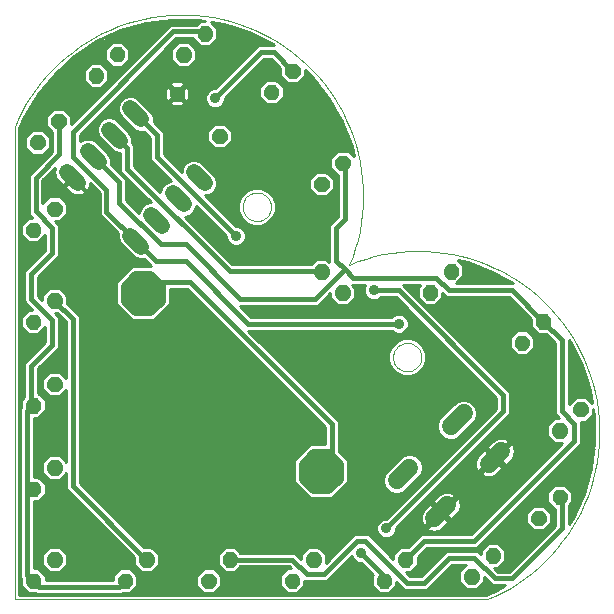
<source format=gtl>
G75*
G70*
%OFA0B0*%
%FSLAX24Y24*%
%IPPOS*%
%LPD*%
%AMOC8*
5,1,8,0,0,1.08239X$1,22.5*
%
%ADD10C,0.0000*%
%ADD11C,0.0104*%
%ADD12C,0.0520*%
%ADD13C,0.0600*%
%ADD14C,0.0300*%
%ADD15C,0.0100*%
%ADD16C,0.0357*%
%ADD17C,0.0160*%
D10*
X009756Y010038D02*
X009756Y025786D01*
X009873Y026053D01*
X010003Y026314D01*
X010146Y026569D01*
X010300Y026816D01*
X010467Y027055D01*
X010645Y027287D01*
X010833Y027509D01*
X011033Y027722D01*
X011242Y027925D01*
X011461Y028117D01*
X011689Y028299D01*
X011925Y028470D01*
X012170Y028629D01*
X012422Y028776D01*
X012680Y028911D01*
X012945Y029033D01*
X013216Y029142D01*
X013491Y029238D01*
X013771Y029320D01*
X014054Y029389D01*
X014340Y029444D01*
X014629Y029485D01*
X014919Y029513D01*
X015211Y029526D01*
X015502Y029525D01*
X015794Y029510D01*
X016084Y029481D01*
X016372Y029438D01*
X016658Y029381D01*
X016941Y029310D01*
X017220Y029226D01*
X017495Y029128D01*
X017765Y029017D01*
X018029Y028893D01*
X018286Y028757D01*
X018537Y028608D01*
X018781Y028448D01*
X019016Y028276D01*
X019243Y028092D01*
X019461Y027898D01*
X019669Y027694D01*
X019866Y027480D01*
X020054Y027256D01*
X020230Y027024D01*
X020395Y026783D01*
X020548Y026535D01*
X020689Y026280D01*
X020817Y026018D01*
X020933Y025750D01*
X021035Y025477D01*
X021125Y025200D01*
X021200Y024918D01*
X021262Y024633D01*
X021310Y024345D01*
X021345Y024056D01*
X021365Y023765D01*
X021371Y023473D01*
X021363Y023182D01*
X021341Y022891D01*
X021305Y022602D01*
X021255Y022314D01*
X021191Y022030D01*
X021113Y021749D01*
X021022Y021472D01*
X020918Y021199D01*
X022368Y018112D02*
X022370Y018155D01*
X022376Y018197D01*
X022386Y018239D01*
X022399Y018280D01*
X022416Y018320D01*
X022437Y018357D01*
X022461Y018393D01*
X022488Y018426D01*
X022518Y018457D01*
X022551Y018485D01*
X022586Y018510D01*
X022623Y018531D01*
X022662Y018549D01*
X022702Y018563D01*
X022744Y018574D01*
X022786Y018581D01*
X022829Y018584D01*
X022872Y018583D01*
X022915Y018578D01*
X022957Y018569D01*
X022998Y018557D01*
X023038Y018541D01*
X023076Y018521D01*
X023112Y018498D01*
X023146Y018471D01*
X023178Y018442D01*
X023206Y018410D01*
X023232Y018375D01*
X023254Y018339D01*
X023273Y018300D01*
X023288Y018260D01*
X023300Y018219D01*
X023308Y018176D01*
X023312Y018133D01*
X023312Y018091D01*
X023308Y018048D01*
X023300Y018005D01*
X023288Y017964D01*
X023273Y017924D01*
X023254Y017885D01*
X023232Y017849D01*
X023206Y017814D01*
X023178Y017782D01*
X023146Y017753D01*
X023112Y017726D01*
X023076Y017703D01*
X023038Y017683D01*
X022998Y017667D01*
X022957Y017655D01*
X022915Y017646D01*
X022872Y017641D01*
X022829Y017640D01*
X022786Y017643D01*
X022744Y017650D01*
X022702Y017661D01*
X022662Y017675D01*
X022623Y017693D01*
X022586Y017714D01*
X022551Y017739D01*
X022518Y017767D01*
X022488Y017798D01*
X022461Y017831D01*
X022437Y017867D01*
X022416Y017904D01*
X022399Y017944D01*
X022386Y017985D01*
X022376Y018027D01*
X022370Y018069D01*
X022368Y018112D01*
X020918Y021200D02*
X021190Y021304D01*
X021467Y021395D01*
X021748Y021473D01*
X022033Y021537D01*
X022320Y021587D01*
X022609Y021623D01*
X022900Y021645D01*
X023191Y021653D01*
X023483Y021647D01*
X023774Y021627D01*
X024063Y021592D01*
X024351Y021544D01*
X024636Y021482D01*
X024918Y021407D01*
X025195Y021317D01*
X025468Y021215D01*
X025736Y021099D01*
X025998Y020971D01*
X026253Y020830D01*
X026501Y020677D01*
X026742Y020512D01*
X026974Y020336D01*
X027198Y020148D01*
X027412Y019951D01*
X027616Y019743D01*
X027810Y019525D01*
X027994Y019298D01*
X028166Y019063D01*
X028326Y018819D01*
X028475Y018568D01*
X028611Y018311D01*
X028735Y018047D01*
X028846Y017777D01*
X028944Y017502D01*
X029028Y017223D01*
X029099Y016940D01*
X029156Y016654D01*
X029199Y016366D01*
X029228Y016076D01*
X029243Y015784D01*
X029244Y015493D01*
X029231Y015201D01*
X029203Y014911D01*
X029162Y014622D01*
X029107Y014336D01*
X029038Y014053D01*
X028956Y013773D01*
X028860Y013498D01*
X028751Y013227D01*
X028629Y012962D01*
X028494Y012704D01*
X028347Y012452D01*
X028188Y012207D01*
X028017Y011971D01*
X027835Y011743D01*
X027643Y011524D01*
X027440Y011315D01*
X027227Y011115D01*
X027005Y010927D01*
X026773Y010749D01*
X026534Y010582D01*
X026287Y010428D01*
X026032Y010285D01*
X025771Y010155D01*
X025504Y010038D01*
X009756Y010038D01*
X017357Y023123D02*
X017359Y023166D01*
X017365Y023208D01*
X017375Y023250D01*
X017388Y023291D01*
X017405Y023331D01*
X017426Y023368D01*
X017450Y023404D01*
X017477Y023437D01*
X017507Y023468D01*
X017540Y023496D01*
X017575Y023521D01*
X017612Y023542D01*
X017651Y023560D01*
X017691Y023574D01*
X017733Y023585D01*
X017775Y023592D01*
X017818Y023595D01*
X017861Y023594D01*
X017904Y023589D01*
X017946Y023580D01*
X017987Y023568D01*
X018027Y023552D01*
X018065Y023532D01*
X018101Y023509D01*
X018135Y023482D01*
X018167Y023453D01*
X018195Y023421D01*
X018221Y023386D01*
X018243Y023350D01*
X018262Y023311D01*
X018277Y023271D01*
X018289Y023230D01*
X018297Y023187D01*
X018301Y023144D01*
X018301Y023102D01*
X018297Y023059D01*
X018289Y023016D01*
X018277Y022975D01*
X018262Y022935D01*
X018243Y022896D01*
X018221Y022860D01*
X018195Y022825D01*
X018167Y022793D01*
X018135Y022764D01*
X018101Y022737D01*
X018065Y022714D01*
X018027Y022694D01*
X017987Y022678D01*
X017946Y022666D01*
X017904Y022657D01*
X017861Y022652D01*
X017818Y022651D01*
X017775Y022654D01*
X017733Y022661D01*
X017691Y022672D01*
X017651Y022686D01*
X017612Y022704D01*
X017575Y022725D01*
X017540Y022750D01*
X017507Y022778D01*
X017477Y022809D01*
X017450Y022842D01*
X017426Y022878D01*
X017405Y022915D01*
X017388Y022955D01*
X017375Y022996D01*
X017365Y023038D01*
X017359Y023080D01*
X017357Y023123D01*
D11*
X016554Y025633D02*
X016502Y025685D01*
X016674Y025685D01*
X016795Y025564D01*
X016795Y025392D01*
X016674Y025271D01*
X016502Y025271D01*
X016381Y025392D01*
X016381Y025564D01*
X016502Y025685D01*
X016534Y025607D01*
X016642Y025607D01*
X016717Y025532D01*
X016717Y025424D01*
X016642Y025349D01*
X016534Y025349D01*
X016459Y025424D01*
X016459Y025532D01*
X016534Y025607D01*
X016567Y025529D01*
X016609Y025529D01*
X016639Y025499D01*
X016639Y025457D01*
X016609Y025427D01*
X016567Y025427D01*
X016537Y025457D01*
X016537Y025499D01*
X016567Y025529D01*
X015140Y027047D02*
X015088Y027099D01*
X015260Y027099D01*
X015381Y026978D01*
X015381Y026806D01*
X015260Y026685D01*
X015088Y026685D01*
X014967Y026806D01*
X014967Y026978D01*
X015088Y027099D01*
X015120Y027021D01*
X015228Y027021D01*
X015303Y026946D01*
X015303Y026838D01*
X015228Y026763D01*
X015120Y026763D01*
X015045Y026838D01*
X015045Y026946D01*
X015120Y027021D01*
X015153Y026943D01*
X015195Y026943D01*
X015225Y026913D01*
X015225Y026871D01*
X015195Y026841D01*
X015153Y026841D01*
X015123Y026871D01*
X015123Y026913D01*
X015153Y026943D01*
X015233Y028164D02*
X015181Y028112D01*
X015181Y028284D01*
X015302Y028405D01*
X015474Y028405D01*
X015595Y028284D01*
X015595Y028112D01*
X015474Y027991D01*
X015302Y027991D01*
X015181Y028112D01*
X015259Y028144D01*
X015259Y028252D01*
X015334Y028327D01*
X015442Y028327D01*
X015517Y028252D01*
X015517Y028144D01*
X015442Y028069D01*
X015334Y028069D01*
X015259Y028144D01*
X015337Y028177D01*
X015337Y028219D01*
X015367Y028249D01*
X015409Y028249D01*
X015439Y028219D01*
X015439Y028177D01*
X015409Y028147D01*
X015367Y028147D01*
X015337Y028177D01*
X015940Y028871D02*
X015888Y028819D01*
X015888Y028991D01*
X016009Y029112D01*
X016181Y029112D01*
X016302Y028991D01*
X016302Y028819D01*
X016181Y028698D01*
X016009Y028698D01*
X015888Y028819D01*
X015966Y028851D01*
X015966Y028959D01*
X016041Y029034D01*
X016149Y029034D01*
X016224Y028959D01*
X016224Y028851D01*
X016149Y028776D01*
X016041Y028776D01*
X015966Y028851D01*
X016044Y028884D01*
X016044Y028926D01*
X016074Y028956D01*
X016116Y028956D01*
X016146Y028926D01*
X016146Y028884D01*
X016116Y028854D01*
X016074Y028854D01*
X016044Y028884D01*
X018156Y026911D02*
X018104Y026859D01*
X018104Y027031D01*
X018225Y027152D01*
X018397Y027152D01*
X018518Y027031D01*
X018518Y026859D01*
X018397Y026738D01*
X018225Y026738D01*
X018104Y026859D01*
X018182Y026891D01*
X018182Y026999D01*
X018257Y027074D01*
X018365Y027074D01*
X018440Y026999D01*
X018440Y026891D01*
X018365Y026816D01*
X018257Y026816D01*
X018182Y026891D01*
X018260Y026924D01*
X018260Y026966D01*
X018290Y026996D01*
X018332Y026996D01*
X018362Y026966D01*
X018362Y026924D01*
X018332Y026894D01*
X018290Y026894D01*
X018260Y026924D01*
X018863Y027618D02*
X018811Y027566D01*
X018811Y027738D01*
X018932Y027859D01*
X019104Y027859D01*
X019225Y027738D01*
X019225Y027566D01*
X019104Y027445D01*
X018932Y027445D01*
X018811Y027566D01*
X018889Y027598D01*
X018889Y027706D01*
X018964Y027781D01*
X019072Y027781D01*
X019147Y027706D01*
X019147Y027598D01*
X019072Y027523D01*
X018964Y027523D01*
X018889Y027598D01*
X018967Y027631D01*
X018967Y027673D01*
X018997Y027703D01*
X019039Y027703D01*
X019069Y027673D01*
X019069Y027631D01*
X019039Y027601D01*
X018997Y027601D01*
X018967Y027631D01*
X020534Y024556D02*
X020482Y024504D01*
X020482Y024676D01*
X020603Y024797D01*
X020775Y024797D01*
X020896Y024676D01*
X020896Y024504D01*
X020775Y024383D01*
X020603Y024383D01*
X020482Y024504D01*
X020560Y024536D01*
X020560Y024644D01*
X020635Y024719D01*
X020743Y024719D01*
X020818Y024644D01*
X020818Y024536D01*
X020743Y024461D01*
X020635Y024461D01*
X020560Y024536D01*
X020638Y024569D01*
X020638Y024611D01*
X020668Y024641D01*
X020710Y024641D01*
X020740Y024611D01*
X020740Y024569D01*
X020710Y024539D01*
X020668Y024539D01*
X020638Y024569D01*
X019826Y023849D02*
X019774Y023797D01*
X019774Y023969D01*
X019895Y024090D01*
X020067Y024090D01*
X020188Y023969D01*
X020188Y023797D01*
X020067Y023676D01*
X019895Y023676D01*
X019774Y023797D01*
X019852Y023829D01*
X019852Y023937D01*
X019927Y024012D01*
X020035Y024012D01*
X020110Y023937D01*
X020110Y023829D01*
X020035Y023754D01*
X019927Y023754D01*
X019852Y023829D01*
X019930Y023862D01*
X019930Y023904D01*
X019960Y023934D01*
X020002Y023934D01*
X020032Y023904D01*
X020032Y023862D01*
X020002Y023832D01*
X019960Y023832D01*
X019930Y023862D01*
X020015Y020816D02*
X020067Y020764D01*
X019895Y020764D01*
X019774Y020885D01*
X019774Y021057D01*
X019895Y021178D01*
X020067Y021178D01*
X020188Y021057D01*
X020188Y020885D01*
X020067Y020764D01*
X020035Y020842D01*
X019927Y020842D01*
X019852Y020917D01*
X019852Y021025D01*
X019927Y021100D01*
X020035Y021100D01*
X020110Y021025D01*
X020110Y020917D01*
X020035Y020842D01*
X020002Y020920D01*
X019960Y020920D01*
X019930Y020950D01*
X019930Y020992D01*
X019960Y021022D01*
X020002Y021022D01*
X020032Y020992D01*
X020032Y020950D01*
X020002Y020920D01*
X020723Y020109D02*
X020775Y020057D01*
X020603Y020057D01*
X020482Y020178D01*
X020482Y020350D01*
X020603Y020471D01*
X020775Y020471D01*
X020896Y020350D01*
X020896Y020178D01*
X020775Y020057D01*
X020743Y020135D01*
X020635Y020135D01*
X020560Y020210D01*
X020560Y020318D01*
X020635Y020393D01*
X020743Y020393D01*
X020818Y020318D01*
X020818Y020210D01*
X020743Y020135D01*
X020710Y020213D01*
X020668Y020213D01*
X020638Y020243D01*
X020638Y020285D01*
X020668Y020315D01*
X020710Y020315D01*
X020740Y020285D01*
X020740Y020243D01*
X020710Y020213D01*
X023445Y020230D02*
X023393Y020178D01*
X023393Y020350D01*
X023514Y020471D01*
X023686Y020471D01*
X023807Y020350D01*
X023807Y020178D01*
X023686Y020057D01*
X023514Y020057D01*
X023393Y020178D01*
X023471Y020210D01*
X023471Y020318D01*
X023546Y020393D01*
X023654Y020393D01*
X023729Y020318D01*
X023729Y020210D01*
X023654Y020135D01*
X023546Y020135D01*
X023471Y020210D01*
X023549Y020243D01*
X023549Y020285D01*
X023579Y020315D01*
X023621Y020315D01*
X023651Y020285D01*
X023651Y020243D01*
X023621Y020213D01*
X023579Y020213D01*
X023549Y020243D01*
X024153Y020937D02*
X024101Y020885D01*
X024101Y021057D01*
X024222Y021178D01*
X024394Y021178D01*
X024515Y021057D01*
X024515Y020885D01*
X024394Y020764D01*
X024222Y020764D01*
X024101Y020885D01*
X024179Y020917D01*
X024179Y021025D01*
X024254Y021100D01*
X024362Y021100D01*
X024437Y021025D01*
X024437Y020917D01*
X024362Y020842D01*
X024254Y020842D01*
X024179Y020917D01*
X024257Y020950D01*
X024257Y020992D01*
X024287Y021022D01*
X024329Y021022D01*
X024359Y020992D01*
X024359Y020950D01*
X024329Y020920D01*
X024287Y020920D01*
X024257Y020950D01*
X026508Y018559D02*
X026456Y018507D01*
X026456Y018679D01*
X026577Y018800D01*
X026749Y018800D01*
X026870Y018679D01*
X026870Y018507D01*
X026749Y018386D01*
X026577Y018386D01*
X026456Y018507D01*
X026534Y018539D01*
X026534Y018647D01*
X026609Y018722D01*
X026717Y018722D01*
X026792Y018647D01*
X026792Y018539D01*
X026717Y018464D01*
X026609Y018464D01*
X026534Y018539D01*
X026612Y018572D01*
X026612Y018614D01*
X026642Y018644D01*
X026684Y018644D01*
X026714Y018614D01*
X026714Y018572D01*
X026684Y018542D01*
X026642Y018542D01*
X026612Y018572D01*
X027215Y019266D02*
X027163Y019214D01*
X027163Y019386D01*
X027284Y019507D01*
X027456Y019507D01*
X027577Y019386D01*
X027577Y019214D01*
X027456Y019093D01*
X027284Y019093D01*
X027163Y019214D01*
X027241Y019246D01*
X027241Y019354D01*
X027316Y019429D01*
X027424Y019429D01*
X027499Y019354D01*
X027499Y019246D01*
X027424Y019171D01*
X027316Y019171D01*
X027241Y019246D01*
X027319Y019279D01*
X027319Y019321D01*
X027349Y019351D01*
X027391Y019351D01*
X027421Y019321D01*
X027421Y019279D01*
X027391Y019249D01*
X027349Y019249D01*
X027319Y019279D01*
X028468Y016343D02*
X028416Y016291D01*
X028416Y016463D01*
X028537Y016584D01*
X028709Y016584D01*
X028830Y016463D01*
X028830Y016291D01*
X028709Y016170D01*
X028537Y016170D01*
X028416Y016291D01*
X028494Y016323D01*
X028494Y016431D01*
X028569Y016506D01*
X028677Y016506D01*
X028752Y016431D01*
X028752Y016323D01*
X028677Y016248D01*
X028569Y016248D01*
X028494Y016323D01*
X028572Y016356D01*
X028572Y016398D01*
X028602Y016428D01*
X028644Y016428D01*
X028674Y016398D01*
X028674Y016356D01*
X028644Y016326D01*
X028602Y016326D01*
X028572Y016356D01*
X027760Y015636D02*
X027708Y015584D01*
X027708Y015756D01*
X027829Y015877D01*
X028001Y015877D01*
X028122Y015756D01*
X028122Y015584D01*
X028001Y015463D01*
X027829Y015463D01*
X027708Y015584D01*
X027786Y015616D01*
X027786Y015724D01*
X027861Y015799D01*
X027969Y015799D01*
X028044Y015724D01*
X028044Y015616D01*
X027969Y015541D01*
X027861Y015541D01*
X027786Y015616D01*
X027864Y015649D01*
X027864Y015691D01*
X027894Y015721D01*
X027936Y015721D01*
X027966Y015691D01*
X027966Y015649D01*
X027936Y015619D01*
X027894Y015619D01*
X027864Y015649D01*
X027772Y013420D02*
X027720Y013368D01*
X027720Y013540D01*
X027841Y013661D01*
X028013Y013661D01*
X028134Y013540D01*
X028134Y013368D01*
X028013Y013247D01*
X027841Y013247D01*
X027720Y013368D01*
X027798Y013400D01*
X027798Y013508D01*
X027873Y013583D01*
X027981Y013583D01*
X028056Y013508D01*
X028056Y013400D01*
X027981Y013325D01*
X027873Y013325D01*
X027798Y013400D01*
X027876Y013433D01*
X027876Y013475D01*
X027906Y013505D01*
X027948Y013505D01*
X027978Y013475D01*
X027978Y013433D01*
X027948Y013403D01*
X027906Y013403D01*
X027876Y013433D01*
X027064Y012713D02*
X027012Y012661D01*
X027012Y012833D01*
X027133Y012954D01*
X027305Y012954D01*
X027426Y012833D01*
X027426Y012661D01*
X027305Y012540D01*
X027133Y012540D01*
X027012Y012661D01*
X027090Y012693D01*
X027090Y012801D01*
X027165Y012876D01*
X027273Y012876D01*
X027348Y012801D01*
X027348Y012693D01*
X027273Y012618D01*
X027165Y012618D01*
X027090Y012693D01*
X027168Y012726D01*
X027168Y012768D01*
X027198Y012798D01*
X027240Y012798D01*
X027270Y012768D01*
X027270Y012726D01*
X027240Y012696D01*
X027198Y012696D01*
X027168Y012726D01*
X025544Y011472D02*
X025492Y011420D01*
X025492Y011592D01*
X025613Y011713D01*
X025785Y011713D01*
X025906Y011592D01*
X025906Y011420D01*
X025785Y011299D01*
X025613Y011299D01*
X025492Y011420D01*
X025570Y011452D01*
X025570Y011560D01*
X025645Y011635D01*
X025753Y011635D01*
X025828Y011560D01*
X025828Y011452D01*
X025753Y011377D01*
X025645Y011377D01*
X025570Y011452D01*
X025648Y011485D01*
X025648Y011527D01*
X025678Y011557D01*
X025720Y011557D01*
X025750Y011527D01*
X025750Y011485D01*
X025720Y011455D01*
X025678Y011455D01*
X025648Y011485D01*
X024837Y010764D02*
X024785Y010712D01*
X024785Y010884D01*
X024906Y011005D01*
X025078Y011005D01*
X025199Y010884D01*
X025199Y010712D01*
X025078Y010591D01*
X024906Y010591D01*
X024785Y010712D01*
X024863Y010744D01*
X024863Y010852D01*
X024938Y010927D01*
X025046Y010927D01*
X025121Y010852D01*
X025121Y010744D01*
X025046Y010669D01*
X024938Y010669D01*
X024863Y010744D01*
X024941Y010777D01*
X024941Y010819D01*
X024971Y010849D01*
X025013Y010849D01*
X025043Y010819D01*
X025043Y010777D01*
X025013Y010747D01*
X024971Y010747D01*
X024941Y010777D01*
X022621Y011332D02*
X022569Y011280D01*
X022569Y011452D01*
X022690Y011573D01*
X022862Y011573D01*
X022983Y011452D01*
X022983Y011280D01*
X022862Y011159D01*
X022690Y011159D01*
X022569Y011280D01*
X022647Y011312D01*
X022647Y011420D01*
X022722Y011495D01*
X022830Y011495D01*
X022905Y011420D01*
X022905Y011312D01*
X022830Y011237D01*
X022722Y011237D01*
X022647Y011312D01*
X022725Y011345D01*
X022725Y011387D01*
X022755Y011417D01*
X022797Y011417D01*
X022827Y011387D01*
X022827Y011345D01*
X022797Y011315D01*
X022755Y011315D01*
X022725Y011345D01*
X021914Y010625D02*
X021862Y010573D01*
X021862Y010745D01*
X021983Y010866D01*
X022155Y010866D01*
X022276Y010745D01*
X022276Y010573D01*
X022155Y010452D01*
X021983Y010452D01*
X021862Y010573D01*
X021940Y010605D01*
X021940Y010713D01*
X022015Y010788D01*
X022123Y010788D01*
X022198Y010713D01*
X022198Y010605D01*
X022123Y010530D01*
X022015Y010530D01*
X021940Y010605D01*
X022018Y010638D01*
X022018Y010680D01*
X022048Y010710D01*
X022090Y010710D01*
X022120Y010680D01*
X022120Y010638D01*
X022090Y010608D01*
X022048Y010608D01*
X022018Y010638D01*
X019559Y011332D02*
X019507Y011280D01*
X019507Y011452D01*
X019628Y011573D01*
X019800Y011573D01*
X019921Y011452D01*
X019921Y011280D01*
X019800Y011159D01*
X019628Y011159D01*
X019507Y011280D01*
X019585Y011312D01*
X019585Y011420D01*
X019660Y011495D01*
X019768Y011495D01*
X019843Y011420D01*
X019843Y011312D01*
X019768Y011237D01*
X019660Y011237D01*
X019585Y011312D01*
X019663Y011345D01*
X019663Y011387D01*
X019693Y011417D01*
X019735Y011417D01*
X019765Y011387D01*
X019765Y011345D01*
X019735Y011315D01*
X019693Y011315D01*
X019663Y011345D01*
X018852Y010625D02*
X018800Y010573D01*
X018800Y010745D01*
X018921Y010866D01*
X019093Y010866D01*
X019214Y010745D01*
X019214Y010573D01*
X019093Y010452D01*
X018921Y010452D01*
X018800Y010573D01*
X018878Y010605D01*
X018878Y010713D01*
X018953Y010788D01*
X019061Y010788D01*
X019136Y010713D01*
X019136Y010605D01*
X019061Y010530D01*
X018953Y010530D01*
X018878Y010605D01*
X018956Y010638D01*
X018956Y010680D01*
X018986Y010710D01*
X019028Y010710D01*
X019058Y010680D01*
X019058Y010638D01*
X019028Y010608D01*
X018986Y010608D01*
X018956Y010638D01*
X016775Y011332D02*
X016723Y011280D01*
X016723Y011452D01*
X016844Y011573D01*
X017016Y011573D01*
X017137Y011452D01*
X017137Y011280D01*
X017016Y011159D01*
X016844Y011159D01*
X016723Y011280D01*
X016801Y011312D01*
X016801Y011420D01*
X016876Y011495D01*
X016984Y011495D01*
X017059Y011420D01*
X017059Y011312D01*
X016984Y011237D01*
X016876Y011237D01*
X016801Y011312D01*
X016879Y011345D01*
X016879Y011387D01*
X016909Y011417D01*
X016951Y011417D01*
X016981Y011387D01*
X016981Y011345D01*
X016951Y011315D01*
X016909Y011315D01*
X016879Y011345D01*
X016068Y010625D02*
X016016Y010573D01*
X016016Y010745D01*
X016137Y010866D01*
X016309Y010866D01*
X016430Y010745D01*
X016430Y010573D01*
X016309Y010452D01*
X016137Y010452D01*
X016016Y010573D01*
X016094Y010605D01*
X016094Y010713D01*
X016169Y010788D01*
X016277Y010788D01*
X016352Y010713D01*
X016352Y010605D01*
X016277Y010530D01*
X016169Y010530D01*
X016094Y010605D01*
X016172Y010638D01*
X016172Y010680D01*
X016202Y010710D01*
X016244Y010710D01*
X016274Y010680D01*
X016274Y010638D01*
X016244Y010608D01*
X016202Y010608D01*
X016172Y010638D01*
X013991Y011332D02*
X013939Y011280D01*
X013939Y011452D01*
X014060Y011573D01*
X014232Y011573D01*
X014353Y011452D01*
X014353Y011280D01*
X014232Y011159D01*
X014060Y011159D01*
X013939Y011280D01*
X014017Y011312D01*
X014017Y011420D01*
X014092Y011495D01*
X014200Y011495D01*
X014275Y011420D01*
X014275Y011312D01*
X014200Y011237D01*
X014092Y011237D01*
X014017Y011312D01*
X014095Y011345D01*
X014095Y011387D01*
X014125Y011417D01*
X014167Y011417D01*
X014197Y011387D01*
X014197Y011345D01*
X014167Y011315D01*
X014125Y011315D01*
X014095Y011345D01*
X013284Y010625D02*
X013232Y010573D01*
X013232Y010745D01*
X013353Y010866D01*
X013525Y010866D01*
X013646Y010745D01*
X013646Y010573D01*
X013525Y010452D01*
X013353Y010452D01*
X013232Y010573D01*
X013310Y010605D01*
X013310Y010713D01*
X013385Y010788D01*
X013493Y010788D01*
X013568Y010713D01*
X013568Y010605D01*
X013493Y010530D01*
X013385Y010530D01*
X013310Y010605D01*
X013388Y010638D01*
X013388Y010680D01*
X013418Y010710D01*
X013460Y010710D01*
X013490Y010680D01*
X013490Y010638D01*
X013460Y010608D01*
X013418Y010608D01*
X013388Y010638D01*
X010929Y011332D02*
X010877Y011280D01*
X010877Y011452D01*
X010998Y011573D01*
X011170Y011573D01*
X011291Y011452D01*
X011291Y011280D01*
X011170Y011159D01*
X010998Y011159D01*
X010877Y011280D01*
X010955Y011312D01*
X010955Y011420D01*
X011030Y011495D01*
X011138Y011495D01*
X011213Y011420D01*
X011213Y011312D01*
X011138Y011237D01*
X011030Y011237D01*
X010955Y011312D01*
X011033Y011345D01*
X011033Y011387D01*
X011063Y011417D01*
X011105Y011417D01*
X011135Y011387D01*
X011135Y011345D01*
X011105Y011315D01*
X011063Y011315D01*
X011033Y011345D01*
X010222Y010625D02*
X010170Y010573D01*
X010170Y010745D01*
X010291Y010866D01*
X010463Y010866D01*
X010584Y010745D01*
X010584Y010573D01*
X010463Y010452D01*
X010291Y010452D01*
X010170Y010573D01*
X010248Y010605D01*
X010248Y010713D01*
X010323Y010788D01*
X010431Y010788D01*
X010506Y010713D01*
X010506Y010605D01*
X010431Y010530D01*
X010323Y010530D01*
X010248Y010605D01*
X010326Y010638D01*
X010326Y010680D01*
X010356Y010710D01*
X010398Y010710D01*
X010428Y010680D01*
X010428Y010638D01*
X010398Y010608D01*
X010356Y010608D01*
X010326Y010638D01*
X010222Y013687D02*
X010170Y013635D01*
X010170Y013807D01*
X010291Y013928D01*
X010463Y013928D01*
X010584Y013807D01*
X010584Y013635D01*
X010463Y013514D01*
X010291Y013514D01*
X010170Y013635D01*
X010248Y013667D01*
X010248Y013775D01*
X010323Y013850D01*
X010431Y013850D01*
X010506Y013775D01*
X010506Y013667D01*
X010431Y013592D01*
X010323Y013592D01*
X010248Y013667D01*
X010326Y013700D01*
X010326Y013742D01*
X010356Y013772D01*
X010398Y013772D01*
X010428Y013742D01*
X010428Y013700D01*
X010398Y013670D01*
X010356Y013670D01*
X010326Y013700D01*
X010929Y014395D02*
X010877Y014343D01*
X010877Y014515D01*
X010998Y014636D01*
X011170Y014636D01*
X011291Y014515D01*
X011291Y014343D01*
X011170Y014222D01*
X010998Y014222D01*
X010877Y014343D01*
X010955Y014375D01*
X010955Y014483D01*
X011030Y014558D01*
X011138Y014558D01*
X011213Y014483D01*
X011213Y014375D01*
X011138Y014300D01*
X011030Y014300D01*
X010955Y014375D01*
X011033Y014408D01*
X011033Y014450D01*
X011063Y014480D01*
X011105Y014480D01*
X011135Y014450D01*
X011135Y014408D01*
X011105Y014378D01*
X011063Y014378D01*
X011033Y014408D01*
X010222Y016471D02*
X010170Y016419D01*
X010170Y016591D01*
X010291Y016712D01*
X010463Y016712D01*
X010584Y016591D01*
X010584Y016419D01*
X010463Y016298D01*
X010291Y016298D01*
X010170Y016419D01*
X010248Y016451D01*
X010248Y016559D01*
X010323Y016634D01*
X010431Y016634D01*
X010506Y016559D01*
X010506Y016451D01*
X010431Y016376D01*
X010323Y016376D01*
X010248Y016451D01*
X010326Y016484D01*
X010326Y016526D01*
X010356Y016556D01*
X010398Y016556D01*
X010428Y016526D01*
X010428Y016484D01*
X010398Y016454D01*
X010356Y016454D01*
X010326Y016484D01*
X010929Y017178D02*
X010877Y017126D01*
X010877Y017298D01*
X010998Y017419D01*
X011170Y017419D01*
X011291Y017298D01*
X011291Y017126D01*
X011170Y017005D01*
X010998Y017005D01*
X010877Y017126D01*
X010955Y017158D01*
X010955Y017266D01*
X011030Y017341D01*
X011138Y017341D01*
X011213Y017266D01*
X011213Y017158D01*
X011138Y017083D01*
X011030Y017083D01*
X010955Y017158D01*
X011033Y017191D01*
X011033Y017233D01*
X011063Y017263D01*
X011105Y017263D01*
X011135Y017233D01*
X011135Y017191D01*
X011105Y017161D01*
X011063Y017161D01*
X011033Y017191D01*
X010222Y019255D02*
X010170Y019203D01*
X010170Y019375D01*
X010291Y019496D01*
X010463Y019496D01*
X010584Y019375D01*
X010584Y019203D01*
X010463Y019082D01*
X010291Y019082D01*
X010170Y019203D01*
X010248Y019235D01*
X010248Y019343D01*
X010323Y019418D01*
X010431Y019418D01*
X010506Y019343D01*
X010506Y019235D01*
X010431Y019160D01*
X010323Y019160D01*
X010248Y019235D01*
X010326Y019268D01*
X010326Y019310D01*
X010356Y019340D01*
X010398Y019340D01*
X010428Y019310D01*
X010428Y019268D01*
X010398Y019238D01*
X010356Y019238D01*
X010326Y019268D01*
X010929Y019962D02*
X010877Y019910D01*
X010877Y020082D01*
X010998Y020203D01*
X011170Y020203D01*
X011291Y020082D01*
X011291Y019910D01*
X011170Y019789D01*
X010998Y019789D01*
X010877Y019910D01*
X010955Y019942D01*
X010955Y020050D01*
X011030Y020125D01*
X011138Y020125D01*
X011213Y020050D01*
X011213Y019942D01*
X011138Y019867D01*
X011030Y019867D01*
X010955Y019942D01*
X011033Y019975D01*
X011033Y020017D01*
X011063Y020047D01*
X011105Y020047D01*
X011135Y020017D01*
X011135Y019975D01*
X011105Y019945D01*
X011063Y019945D01*
X011033Y019975D01*
X010222Y022317D02*
X010170Y022265D01*
X010170Y022437D01*
X010291Y022558D01*
X010463Y022558D01*
X010584Y022437D01*
X010584Y022265D01*
X010463Y022144D01*
X010291Y022144D01*
X010170Y022265D01*
X010248Y022297D01*
X010248Y022405D01*
X010323Y022480D01*
X010431Y022480D01*
X010506Y022405D01*
X010506Y022297D01*
X010431Y022222D01*
X010323Y022222D01*
X010248Y022297D01*
X010326Y022330D01*
X010326Y022372D01*
X010356Y022402D01*
X010398Y022402D01*
X010428Y022372D01*
X010428Y022330D01*
X010398Y022300D01*
X010356Y022300D01*
X010326Y022330D01*
X010929Y023025D02*
X010877Y022973D01*
X010877Y023145D01*
X010998Y023266D01*
X011170Y023266D01*
X011291Y023145D01*
X011291Y022973D01*
X011170Y022852D01*
X010998Y022852D01*
X010877Y022973D01*
X010955Y023005D01*
X010955Y023113D01*
X011030Y023188D01*
X011138Y023188D01*
X011213Y023113D01*
X011213Y023005D01*
X011138Y022930D01*
X011030Y022930D01*
X010955Y023005D01*
X011033Y023038D01*
X011033Y023080D01*
X011063Y023110D01*
X011105Y023110D01*
X011135Y023080D01*
X011135Y023038D01*
X011105Y023008D01*
X011063Y023008D01*
X011033Y023038D01*
X010361Y025241D02*
X010309Y025189D01*
X010309Y025361D01*
X010430Y025482D01*
X010602Y025482D01*
X010723Y025361D01*
X010723Y025189D01*
X010602Y025068D01*
X010430Y025068D01*
X010309Y025189D01*
X010387Y025221D01*
X010387Y025329D01*
X010462Y025404D01*
X010570Y025404D01*
X010645Y025329D01*
X010645Y025221D01*
X010570Y025146D01*
X010462Y025146D01*
X010387Y025221D01*
X010465Y025254D01*
X010465Y025296D01*
X010495Y025326D01*
X010537Y025326D01*
X010567Y025296D01*
X010567Y025254D01*
X010537Y025224D01*
X010495Y025224D01*
X010465Y025254D01*
X011068Y025948D02*
X011016Y025896D01*
X011016Y026068D01*
X011137Y026189D01*
X011309Y026189D01*
X011430Y026068D01*
X011430Y025896D01*
X011309Y025775D01*
X011137Y025775D01*
X011016Y025896D01*
X011094Y025928D01*
X011094Y026036D01*
X011169Y026111D01*
X011277Y026111D01*
X011352Y026036D01*
X011352Y025928D01*
X011277Y025853D01*
X011169Y025853D01*
X011094Y025928D01*
X011172Y025961D01*
X011172Y026003D01*
X011202Y026033D01*
X011244Y026033D01*
X011274Y026003D01*
X011274Y025961D01*
X011244Y025931D01*
X011202Y025931D01*
X011172Y025961D01*
X012310Y027468D02*
X012258Y027416D01*
X012258Y027588D01*
X012379Y027709D01*
X012551Y027709D01*
X012672Y027588D01*
X012672Y027416D01*
X012551Y027295D01*
X012379Y027295D01*
X012258Y027416D01*
X012336Y027448D01*
X012336Y027556D01*
X012411Y027631D01*
X012519Y027631D01*
X012594Y027556D01*
X012594Y027448D01*
X012519Y027373D01*
X012411Y027373D01*
X012336Y027448D01*
X012414Y027481D01*
X012414Y027523D01*
X012444Y027553D01*
X012486Y027553D01*
X012516Y027523D01*
X012516Y027481D01*
X012486Y027451D01*
X012444Y027451D01*
X012414Y027481D01*
X013017Y028175D02*
X012965Y028123D01*
X012965Y028295D01*
X013086Y028416D01*
X013258Y028416D01*
X013379Y028295D01*
X013379Y028123D01*
X013258Y028002D01*
X013086Y028002D01*
X012965Y028123D01*
X013043Y028155D01*
X013043Y028263D01*
X013118Y028338D01*
X013226Y028338D01*
X013301Y028263D01*
X013301Y028155D01*
X013226Y028080D01*
X013118Y028080D01*
X013043Y028155D01*
X013121Y028188D01*
X013121Y028230D01*
X013151Y028260D01*
X013193Y028260D01*
X013223Y028230D01*
X013223Y028188D01*
X013193Y028158D01*
X013151Y028158D01*
X013121Y028188D01*
D12*
X013609Y026402D02*
X013977Y026034D01*
X013270Y025327D02*
X012902Y025695D01*
X012195Y024988D02*
X012562Y024620D01*
X011855Y023913D02*
X011488Y024281D01*
X013609Y022159D02*
X013977Y021792D01*
X014684Y022499D02*
X014316Y022867D01*
X015023Y023574D02*
X015391Y023206D01*
X016098Y023913D02*
X015730Y024281D01*
D13*
X024296Y015815D02*
X024720Y016239D01*
X025979Y014981D02*
X025555Y014556D01*
X024169Y013170D02*
X023744Y012746D01*
X022486Y014005D02*
X022910Y014429D01*
D14*
X020062Y013858D02*
X020212Y013708D01*
X019716Y013708D01*
X019365Y014059D01*
X019365Y014555D01*
X019716Y014906D01*
X020212Y014906D01*
X020563Y014555D01*
X020563Y014059D01*
X020212Y013708D01*
X020119Y013933D01*
X019809Y013933D01*
X019590Y014152D01*
X019590Y014462D01*
X019809Y014681D01*
X020119Y014681D01*
X020338Y014462D01*
X020338Y014152D01*
X020119Y013933D01*
X020026Y014158D01*
X019902Y014158D01*
X019815Y014245D01*
X019815Y014369D01*
X019902Y014456D01*
X020026Y014456D01*
X020113Y014369D01*
X020113Y014245D01*
X020026Y014158D01*
X014122Y019797D02*
X014272Y019647D01*
X013776Y019647D01*
X013425Y019998D01*
X013425Y020494D01*
X013776Y020845D01*
X014272Y020845D01*
X014623Y020494D01*
X014623Y019998D01*
X014272Y019647D01*
X014179Y019872D01*
X013869Y019872D01*
X013650Y020091D01*
X013650Y020401D01*
X013869Y020620D01*
X014179Y020620D01*
X014398Y020401D01*
X014398Y020091D01*
X014179Y019872D01*
X014086Y020097D01*
X013962Y020097D01*
X013875Y020184D01*
X013875Y020308D01*
X013962Y020395D01*
X014086Y020395D01*
X014173Y020308D01*
X014173Y020184D01*
X014086Y020097D01*
D15*
X014648Y019597D02*
X016297Y019597D01*
X016199Y019696D02*
X014746Y019696D01*
X014845Y019794D02*
X016100Y019794D01*
X016001Y019893D02*
X014924Y019893D01*
X014924Y019874D02*
X014924Y020387D01*
X015507Y020387D01*
X020105Y015789D01*
X020105Y015207D01*
X019591Y015207D01*
X019064Y014679D01*
X019064Y013934D01*
X019591Y013407D01*
X020337Y013407D01*
X020864Y013934D01*
X020864Y014679D01*
X020565Y014979D01*
X020565Y015980D01*
X020430Y016115D01*
X017549Y018995D01*
X017646Y018995D01*
X022328Y018995D01*
X022376Y018947D01*
X022497Y018897D01*
X022627Y018897D01*
X022748Y018947D01*
X022840Y019039D01*
X022890Y019160D01*
X022890Y019291D01*
X022840Y019411D01*
X022748Y019504D01*
X022627Y019554D01*
X022497Y019554D01*
X022376Y019504D01*
X022328Y019455D01*
X017646Y019455D01*
X017271Y019830D01*
X019683Y019830D01*
X019873Y019830D01*
X020279Y020236D01*
X020279Y020094D01*
X020519Y019854D01*
X020858Y019854D01*
X021098Y020094D01*
X021098Y020433D01*
X021005Y020526D01*
X021126Y020526D01*
X021450Y020526D01*
X021448Y020525D01*
X021398Y020404D01*
X021398Y020273D01*
X021448Y020153D01*
X021541Y020060D01*
X021662Y020010D01*
X021792Y020010D01*
X021913Y020060D01*
X021961Y020109D01*
X022467Y020109D01*
X025812Y016764D01*
X025812Y016397D01*
X022148Y012733D01*
X022079Y012733D01*
X021958Y012683D01*
X021866Y012591D01*
X021816Y012470D01*
X021816Y012339D01*
X021866Y012219D01*
X021958Y012126D01*
X022079Y012076D01*
X022210Y012076D01*
X022331Y012126D01*
X022423Y012219D01*
X022473Y012339D01*
X022473Y012408D01*
X026272Y016207D01*
X026272Y016397D01*
X026272Y016954D01*
X026137Y017089D01*
X022700Y020526D01*
X023284Y020526D01*
X023190Y020433D01*
X023190Y020094D01*
X023431Y019854D01*
X023770Y019854D01*
X024010Y020094D01*
X024010Y020236D01*
X024137Y020109D01*
X024328Y020109D01*
X026236Y020109D01*
X026960Y019385D01*
X026960Y019131D01*
X027200Y018890D01*
X027455Y018890D01*
X027761Y018584D01*
X027761Y016397D01*
X027761Y016207D01*
X027887Y016080D01*
X027746Y016080D01*
X027506Y015840D01*
X027506Y015500D01*
X027746Y015260D01*
X028015Y015260D01*
X024972Y012217D01*
X023492Y012217D01*
X023302Y012217D01*
X022861Y011776D01*
X022607Y011776D01*
X022366Y011536D01*
X022366Y011394D01*
X021555Y012206D01*
X021544Y012217D01*
X021265Y012217D01*
X021075Y012217D01*
X020124Y011266D01*
X020124Y011536D01*
X019884Y011776D01*
X019544Y011776D01*
X019304Y011536D01*
X019304Y011394D01*
X019107Y011592D01*
X019102Y011596D01*
X017280Y011596D01*
X017100Y011776D01*
X016760Y011776D01*
X016520Y011536D01*
X016520Y011196D01*
X016760Y010956D01*
X017100Y010956D01*
X017280Y011136D01*
X018912Y011136D01*
X018979Y011069D01*
X018837Y011069D01*
X018597Y010829D01*
X018597Y010489D01*
X018837Y010249D01*
X019177Y010249D01*
X019417Y010489D01*
X019417Y010644D01*
X019595Y010644D01*
X020152Y010644D01*
X020287Y010778D01*
X020990Y011482D01*
X021031Y011383D01*
X021123Y011291D01*
X021244Y011241D01*
X021312Y011241D01*
X021692Y010862D01*
X021659Y010829D01*
X021659Y010489D01*
X021899Y010249D01*
X022239Y010249D01*
X022479Y010489D01*
X022479Y010631D01*
X022745Y010365D01*
X022936Y010365D01*
X023492Y010365D01*
X023627Y010500D01*
X024328Y011200D01*
X024815Y011200D01*
X024582Y010968D01*
X024582Y010629D01*
X024823Y010388D01*
X025162Y010388D01*
X025402Y010629D01*
X025402Y010770D01*
X025668Y010504D01*
X025859Y010504D01*
X026090Y010504D01*
X025848Y010359D01*
X025472Y010188D01*
X009906Y010188D01*
X009906Y025754D01*
X010077Y026130D01*
X010529Y026884D01*
X011088Y027563D01*
X011742Y028151D01*
X012476Y028635D01*
X013275Y029003D01*
X014119Y029249D01*
X014991Y029366D01*
X015870Y029352D01*
X016096Y029315D01*
X015925Y029315D01*
X015809Y029199D01*
X015141Y029199D01*
X014950Y029199D01*
X011633Y025882D01*
X011633Y026151D01*
X011393Y026392D01*
X011053Y026392D01*
X010813Y026151D01*
X010813Y025812D01*
X010993Y025632D01*
X010993Y024963D01*
X010222Y024192D01*
X010222Y024002D01*
X010222Y022888D01*
X010349Y022761D01*
X010207Y022761D01*
X009967Y022521D01*
X009967Y022182D01*
X010207Y021942D01*
X010547Y021942D01*
X010779Y022174D01*
X010779Y021687D01*
X010083Y020991D01*
X010083Y020800D01*
X010083Y019965D01*
X010089Y019959D01*
X010349Y019699D01*
X010207Y019699D01*
X009967Y019459D01*
X009967Y019119D01*
X010207Y018879D01*
X010547Y018879D01*
X010779Y019111D01*
X010779Y018624D01*
X010083Y017929D01*
X010083Y017738D01*
X010083Y016791D01*
X009967Y016675D01*
X009967Y016421D01*
X009944Y016397D01*
X009944Y013753D01*
X009944Y010767D01*
X009967Y010744D01*
X009967Y010489D01*
X010207Y010249D01*
X010462Y010249D01*
X010485Y010226D01*
X013331Y010226D01*
X013355Y010249D01*
X013609Y010249D01*
X013849Y010489D01*
X013849Y010829D01*
X013609Y011069D01*
X013269Y011069D01*
X013029Y010829D01*
X013029Y010686D01*
X010787Y010686D01*
X010787Y010829D01*
X010547Y011069D01*
X010404Y011069D01*
X010404Y013311D01*
X010547Y013311D01*
X010787Y013552D01*
X010787Y013891D01*
X010547Y014131D01*
X010404Y014131D01*
X010404Y016095D01*
X010547Y016095D01*
X010787Y016336D01*
X010787Y016675D01*
X010547Y016915D01*
X010543Y016915D01*
X010543Y017738D01*
X011233Y018428D01*
X011239Y018434D01*
X011239Y019269D01*
X011239Y019460D01*
X011112Y019586D01*
X011169Y019586D01*
X011475Y019280D01*
X011475Y017401D01*
X011254Y017622D01*
X010914Y017622D01*
X010674Y017382D01*
X010674Y017043D01*
X010914Y016803D01*
X011254Y016803D01*
X011475Y017024D01*
X011475Y014617D01*
X011254Y014839D01*
X010914Y014839D01*
X010674Y014598D01*
X010674Y014259D01*
X010914Y014019D01*
X011254Y014019D01*
X011475Y014240D01*
X011475Y013713D01*
X011550Y013638D01*
X013736Y011451D01*
X013736Y011196D01*
X013977Y010956D01*
X014316Y010956D01*
X014556Y011196D01*
X014556Y011536D01*
X014316Y011776D01*
X014062Y011776D01*
X011935Y013903D01*
X011935Y019471D01*
X011494Y019912D01*
X011494Y020166D01*
X011254Y020406D01*
X010914Y020406D01*
X010674Y020166D01*
X010674Y020024D01*
X010543Y020156D01*
X010543Y020800D01*
X011233Y021490D01*
X011239Y021496D01*
X011239Y022522D01*
X011112Y022649D01*
X011254Y022649D01*
X011494Y022889D01*
X011494Y023228D01*
X011254Y023469D01*
X010914Y023469D01*
X010682Y023236D01*
X010682Y024002D01*
X011103Y024422D01*
X011088Y024377D01*
X011078Y024313D01*
X011078Y024249D01*
X011088Y024185D01*
X011108Y024123D01*
X011137Y024066D01*
X011175Y024014D01*
X011360Y023828D01*
X011629Y024097D01*
X011671Y024054D01*
X011403Y023786D01*
X011588Y023600D01*
X011640Y023563D01*
X011698Y023533D01*
X011759Y023513D01*
X011823Y023503D01*
X011888Y023503D01*
X011951Y023513D01*
X012013Y023533D01*
X012070Y023563D01*
X012122Y023600D01*
X012124Y023602D01*
X011672Y024054D01*
X011714Y024097D01*
X012166Y023644D01*
X012168Y023646D01*
X012206Y023698D01*
X012235Y023756D01*
X012255Y023817D01*
X012265Y023881D01*
X012265Y023907D01*
X012588Y023584D01*
X012588Y022855D01*
X012597Y022847D01*
X013200Y022243D01*
X013199Y022241D01*
X013199Y022078D01*
X013261Y021927D01*
X013744Y021444D01*
X013895Y021382D01*
X014058Y021382D01*
X014060Y021383D01*
X014297Y021146D01*
X013652Y021146D01*
X013124Y020619D01*
X013124Y019874D01*
X013652Y019346D01*
X014397Y019346D01*
X014924Y019874D01*
X014924Y019991D02*
X015903Y019991D01*
X015804Y020090D02*
X014924Y020090D01*
X014924Y020188D02*
X015706Y020188D01*
X015607Y020287D02*
X014924Y020287D01*
X014924Y020385D02*
X015509Y020385D01*
X016396Y019499D02*
X014549Y019499D01*
X014451Y019400D02*
X016494Y019400D01*
X016593Y019301D02*
X011935Y019301D01*
X011935Y019203D02*
X016691Y019203D01*
X016790Y019104D02*
X011935Y019104D01*
X011935Y019006D02*
X016888Y019006D01*
X016987Y018907D02*
X011935Y018907D01*
X011935Y018809D02*
X017085Y018809D01*
X017184Y018710D02*
X011935Y018710D01*
X011935Y018612D02*
X017283Y018612D01*
X017381Y018513D02*
X011935Y018513D01*
X011935Y018415D02*
X017480Y018415D01*
X017578Y018316D02*
X011935Y018316D01*
X011935Y018218D02*
X017677Y018218D01*
X017775Y018119D02*
X011935Y018119D01*
X011935Y018020D02*
X017874Y018020D01*
X017972Y017922D02*
X011935Y017922D01*
X011935Y017823D02*
X018071Y017823D01*
X018169Y017725D02*
X011935Y017725D01*
X011935Y017626D02*
X018268Y017626D01*
X018367Y017528D02*
X011935Y017528D01*
X011935Y017429D02*
X018465Y017429D01*
X018564Y017331D02*
X011935Y017331D01*
X011935Y017232D02*
X018662Y017232D01*
X018761Y017134D02*
X011935Y017134D01*
X011935Y017035D02*
X018859Y017035D01*
X018958Y016936D02*
X011935Y016936D01*
X011935Y016838D02*
X019056Y016838D01*
X019155Y016739D02*
X011935Y016739D01*
X011935Y016641D02*
X019253Y016641D01*
X019352Y016542D02*
X011935Y016542D01*
X011935Y016444D02*
X019451Y016444D01*
X019549Y016345D02*
X011935Y016345D01*
X011935Y016247D02*
X019648Y016247D01*
X019746Y016148D02*
X011935Y016148D01*
X011935Y016050D02*
X019845Y016050D01*
X019943Y015951D02*
X011935Y015951D01*
X011935Y015852D02*
X020042Y015852D01*
X020105Y015754D02*
X011935Y015754D01*
X011935Y015655D02*
X020105Y015655D01*
X020105Y015557D02*
X011935Y015557D01*
X011935Y015458D02*
X020105Y015458D01*
X020105Y015360D02*
X011935Y015360D01*
X011935Y015261D02*
X020105Y015261D01*
X020565Y015261D02*
X024676Y015261D01*
X024774Y015360D02*
X020565Y015360D01*
X020565Y015458D02*
X024016Y015458D01*
X024041Y015433D02*
X024206Y015365D01*
X024386Y015365D01*
X024551Y015433D01*
X025102Y015984D01*
X025170Y016150D01*
X025170Y016329D01*
X025102Y016494D01*
X024975Y016621D01*
X024810Y016689D01*
X024631Y016689D01*
X024465Y016621D01*
X023915Y016070D01*
X023846Y015904D01*
X023846Y015725D01*
X023915Y015560D01*
X024041Y015433D01*
X023918Y015557D02*
X020565Y015557D01*
X020565Y015655D02*
X023875Y015655D01*
X023846Y015754D02*
X020565Y015754D01*
X020565Y015852D02*
X023846Y015852D01*
X023865Y015951D02*
X020565Y015951D01*
X020495Y016050D02*
X023906Y016050D01*
X023993Y016148D02*
X020397Y016148D01*
X020430Y016115D02*
X020430Y016115D01*
X020298Y016247D02*
X024091Y016247D01*
X024190Y016345D02*
X020199Y016345D01*
X020101Y016444D02*
X024288Y016444D01*
X024387Y016542D02*
X020002Y016542D01*
X019904Y016641D02*
X024514Y016641D01*
X024926Y016641D02*
X025812Y016641D01*
X025812Y016739D02*
X019805Y016739D01*
X019707Y016838D02*
X025738Y016838D01*
X025639Y016936D02*
X019608Y016936D01*
X019510Y017035D02*
X025541Y017035D01*
X025442Y017134D02*
X019411Y017134D01*
X019313Y017232D02*
X025344Y017232D01*
X025245Y017331D02*
X019214Y017331D01*
X019116Y017429D02*
X025146Y017429D01*
X025048Y017528D02*
X023057Y017528D01*
X022964Y017489D02*
X023193Y017584D01*
X023368Y017759D01*
X023463Y017988D01*
X023463Y018235D01*
X023368Y018464D01*
X023193Y018639D01*
X022964Y018734D01*
X022717Y018734D01*
X022488Y018639D01*
X022313Y018464D01*
X022218Y018235D01*
X022218Y017988D01*
X022313Y017759D01*
X022488Y017584D01*
X022717Y017489D01*
X022964Y017489D01*
X023235Y017626D02*
X024949Y017626D01*
X024851Y017725D02*
X023334Y017725D01*
X023395Y017823D02*
X024752Y017823D01*
X024654Y017922D02*
X023436Y017922D01*
X023463Y018020D02*
X024555Y018020D01*
X024457Y018119D02*
X023463Y018119D01*
X023463Y018218D02*
X024358Y018218D01*
X024260Y018316D02*
X023429Y018316D01*
X023389Y018415D02*
X024161Y018415D01*
X024062Y018513D02*
X023319Y018513D01*
X023221Y018612D02*
X023964Y018612D01*
X023865Y018710D02*
X023022Y018710D01*
X022659Y018710D02*
X017834Y018710D01*
X017736Y018809D02*
X023767Y018809D01*
X023668Y018907D02*
X022653Y018907D01*
X022471Y018907D02*
X017637Y018907D01*
X017933Y018612D02*
X022460Y018612D01*
X022362Y018513D02*
X018032Y018513D01*
X018130Y018415D02*
X022292Y018415D01*
X022251Y018316D02*
X018229Y018316D01*
X018327Y018218D02*
X022218Y018218D01*
X022218Y018119D02*
X018426Y018119D01*
X018524Y018020D02*
X022218Y018020D01*
X022245Y017922D02*
X018623Y017922D01*
X018721Y017823D02*
X022286Y017823D01*
X022347Y017725D02*
X018820Y017725D01*
X018918Y017626D02*
X022446Y017626D01*
X022624Y017528D02*
X019017Y017528D01*
X017603Y019499D02*
X022371Y019499D01*
X022753Y019499D02*
X023077Y019499D01*
X022978Y019597D02*
X017504Y019597D01*
X017406Y019696D02*
X022880Y019696D01*
X022781Y019794D02*
X017307Y019794D01*
X017014Y021201D02*
X015419Y022796D01*
X015472Y022796D01*
X015623Y022858D01*
X015738Y022974D01*
X015801Y023124D01*
X015801Y023156D01*
X016805Y022151D01*
X016805Y022083D01*
X016855Y021962D01*
X016253Y021962D01*
X016351Y021864D02*
X016963Y021864D01*
X016947Y021870D02*
X017068Y021820D01*
X017199Y021820D01*
X017320Y021870D01*
X017412Y021962D01*
X020244Y021962D01*
X020244Y021864D02*
X017304Y021864D01*
X017412Y021962D02*
X017462Y022083D01*
X017462Y022214D01*
X017412Y022334D01*
X017320Y022427D01*
X017199Y022477D01*
X017130Y022477D01*
X016104Y023503D01*
X016179Y023503D01*
X016330Y023566D01*
X016446Y023681D01*
X016508Y023832D01*
X016508Y023995D01*
X016446Y024145D01*
X015963Y024628D01*
X015812Y024691D01*
X015649Y024691D01*
X015498Y024628D01*
X015383Y024513D01*
X015320Y024362D01*
X015320Y024287D01*
X014719Y024888D01*
X014719Y025618D01*
X014386Y025951D01*
X014387Y025953D01*
X014387Y026116D01*
X014324Y026267D01*
X013841Y026750D01*
X013691Y026812D01*
X013527Y026812D01*
X013377Y026750D01*
X013261Y026634D01*
X013199Y026484D01*
X013199Y026321D01*
X013261Y026170D01*
X013744Y025687D01*
X013895Y025624D01*
X014058Y025624D01*
X014060Y025625D01*
X014259Y025427D01*
X014259Y024888D01*
X014259Y024698D01*
X014973Y023984D01*
X014942Y023984D01*
X014791Y023921D01*
X014676Y023806D01*
X014613Y023655D01*
X014613Y023602D01*
X013744Y024471D01*
X013744Y025178D01*
X013679Y025244D01*
X013679Y025246D01*
X013679Y025409D01*
X013617Y025560D01*
X013134Y026043D01*
X012983Y026105D01*
X012820Y026105D01*
X012670Y026043D01*
X012554Y025927D01*
X012492Y025777D01*
X012492Y025613D01*
X012554Y025463D01*
X013037Y024980D01*
X013188Y024917D01*
X013284Y024917D01*
X013284Y024471D01*
X013284Y024280D01*
X014288Y023277D01*
X014235Y023277D01*
X014084Y023214D01*
X013969Y023099D01*
X013906Y022948D01*
X013906Y022917D01*
X013466Y023357D01*
X013466Y024042D01*
X012971Y024536D01*
X012972Y024539D01*
X012972Y024702D01*
X012910Y024852D01*
X012427Y025335D01*
X012276Y025398D01*
X012113Y025398D01*
X011963Y025335D01*
X011935Y025308D01*
X011935Y025533D01*
X015141Y028739D01*
X015685Y028739D01*
X015685Y028735D01*
X015925Y028495D01*
X016265Y028495D01*
X016505Y028735D01*
X016505Y029075D01*
X016299Y029281D01*
X016737Y029208D01*
X017573Y028935D01*
X018359Y028541D01*
X018414Y028503D01*
X018064Y028503D01*
X017873Y028503D01*
X016441Y027070D01*
X016372Y027070D01*
X016251Y027020D01*
X016159Y026928D01*
X016109Y026807D01*
X016109Y026676D01*
X016159Y026556D01*
X016251Y026463D01*
X016372Y026413D01*
X016503Y026413D01*
X016624Y026463D01*
X016716Y026556D01*
X016766Y026676D01*
X016766Y026745D01*
X018064Y028043D01*
X018302Y028043D01*
X018608Y027737D01*
X018608Y027482D01*
X018848Y027242D01*
X019188Y027242D01*
X019428Y027482D01*
X019428Y027699D01*
X019713Y027426D01*
X020250Y026730D01*
X020678Y025961D01*
X020986Y025138D01*
X021057Y024801D01*
X020858Y025000D01*
X020519Y025000D01*
X020279Y024760D01*
X020279Y024420D01*
X020519Y024180D01*
X020523Y024180D01*
X020523Y022800D01*
X020379Y022657D01*
X020244Y022522D01*
X020244Y021408D01*
X020244Y021288D01*
X020151Y021381D01*
X019812Y021381D01*
X019632Y021201D01*
X017014Y021201D01*
X016943Y021272D02*
X019703Y021272D01*
X019802Y021371D02*
X016844Y021371D01*
X016746Y021469D02*
X020244Y021469D01*
X020244Y021371D02*
X020161Y021371D01*
X020244Y021568D02*
X016647Y021568D01*
X016549Y021667D02*
X020244Y021667D01*
X020244Y021765D02*
X016450Y021765D01*
X016154Y022061D02*
X016814Y022061D01*
X016797Y022159D02*
X016056Y022159D01*
X015957Y022258D02*
X016699Y022258D01*
X016600Y022356D02*
X015859Y022356D01*
X015760Y022455D02*
X016502Y022455D01*
X016403Y022553D02*
X015662Y022553D01*
X015563Y022652D02*
X016305Y022652D01*
X016206Y022751D02*
X015465Y022751D01*
X015600Y022849D02*
X016107Y022849D01*
X016009Y022948D02*
X015712Y022948D01*
X015768Y023046D02*
X015910Y023046D01*
X015812Y023145D02*
X015801Y023145D01*
X016167Y023440D02*
X017287Y023440D01*
X017302Y023475D02*
X017207Y023246D01*
X017207Y022999D01*
X017302Y022770D01*
X017477Y022595D01*
X017706Y022500D01*
X017953Y022500D01*
X018182Y022595D01*
X018357Y022770D01*
X018452Y022999D01*
X018452Y023246D01*
X018357Y023475D01*
X018182Y023650D01*
X017953Y023745D01*
X017706Y023745D01*
X017477Y023650D01*
X017302Y023475D01*
X017365Y023539D02*
X016266Y023539D01*
X016402Y023637D02*
X017464Y023637D01*
X017684Y023736D02*
X016468Y023736D01*
X016508Y023834D02*
X019571Y023834D01*
X019571Y023736D02*
X017975Y023736D01*
X018195Y023637D02*
X019647Y023637D01*
X019571Y023713D02*
X019571Y024052D01*
X019812Y024293D01*
X020151Y024293D01*
X020391Y024052D01*
X020391Y023713D01*
X020151Y023473D01*
X019812Y023473D01*
X019571Y023713D01*
X019571Y023933D02*
X016508Y023933D01*
X016493Y024032D02*
X019571Y024032D01*
X019649Y024130D02*
X016452Y024130D01*
X016362Y024229D02*
X019748Y024229D01*
X020215Y024229D02*
X020470Y024229D01*
X020523Y024130D02*
X020314Y024130D01*
X020391Y024032D02*
X020523Y024032D01*
X020523Y023933D02*
X020391Y023933D01*
X020391Y023834D02*
X020523Y023834D01*
X020523Y023736D02*
X020391Y023736D01*
X020316Y023637D02*
X020523Y023637D01*
X020523Y023539D02*
X020217Y023539D01*
X020523Y023440D02*
X018372Y023440D01*
X018412Y023342D02*
X020523Y023342D01*
X020523Y023243D02*
X018452Y023243D01*
X018452Y023145D02*
X020523Y023145D01*
X020523Y023046D02*
X018452Y023046D01*
X018431Y022948D02*
X020523Y022948D01*
X020523Y022849D02*
X018390Y022849D01*
X018338Y022751D02*
X020473Y022751D01*
X020374Y022652D02*
X018239Y022652D01*
X018082Y022553D02*
X020276Y022553D01*
X020244Y022455D02*
X017251Y022455D01*
X017390Y022356D02*
X020244Y022356D01*
X020244Y022258D02*
X017444Y022258D01*
X017462Y022159D02*
X020244Y022159D01*
X020244Y022061D02*
X017453Y022061D01*
X017577Y022553D02*
X017054Y022553D01*
X016955Y022652D02*
X017420Y022652D01*
X017321Y022751D02*
X016856Y022751D01*
X016758Y022849D02*
X017269Y022849D01*
X017228Y022948D02*
X016659Y022948D01*
X016561Y023046D02*
X017207Y023046D01*
X017207Y023145D02*
X016462Y023145D01*
X016364Y023243D02*
X017207Y023243D01*
X017246Y023342D02*
X016265Y023342D01*
X016264Y024327D02*
X020371Y024327D01*
X020279Y024426D02*
X016165Y024426D01*
X016067Y024524D02*
X020279Y024524D01*
X020279Y024623D02*
X015968Y024623D01*
X015493Y024623D02*
X014984Y024623D01*
X014886Y024721D02*
X020279Y024721D01*
X020339Y024820D02*
X014787Y024820D01*
X014719Y024918D02*
X020437Y024918D01*
X020940Y024918D02*
X021032Y024918D01*
X021038Y024820D02*
X021053Y024820D01*
X021011Y025017D02*
X014719Y025017D01*
X014719Y025116D02*
X016370Y025116D01*
X016418Y025068D02*
X016758Y025068D01*
X016998Y025308D01*
X016998Y025648D01*
X016758Y025888D01*
X016418Y025888D01*
X016178Y025648D01*
X016178Y025308D01*
X016418Y025068D01*
X016272Y025214D02*
X014719Y025214D01*
X014719Y025313D02*
X016178Y025313D01*
X016178Y025411D02*
X014719Y025411D01*
X014719Y025510D02*
X016178Y025510D01*
X016178Y025608D02*
X014719Y025608D01*
X014719Y025618D02*
X014719Y025618D01*
X014630Y025707D02*
X016237Y025707D01*
X016336Y025805D02*
X014531Y025805D01*
X014432Y025904D02*
X020699Y025904D01*
X020736Y025805D02*
X016840Y025805D01*
X016939Y025707D02*
X020773Y025707D01*
X020810Y025608D02*
X016998Y025608D01*
X016998Y025510D02*
X020847Y025510D01*
X020884Y025411D02*
X016998Y025411D01*
X016998Y025313D02*
X020920Y025313D01*
X020957Y025214D02*
X016904Y025214D01*
X016805Y025116D02*
X020991Y025116D01*
X020655Y026002D02*
X014387Y026002D01*
X014387Y026101D02*
X020600Y026101D01*
X020545Y026200D02*
X014352Y026200D01*
X014293Y026298D02*
X020490Y026298D01*
X020436Y026397D02*
X014194Y026397D01*
X014096Y026495D02*
X014991Y026495D01*
X015004Y026482D02*
X015343Y026482D01*
X015442Y026581D01*
X015174Y026849D01*
X015216Y026892D01*
X015174Y026935D01*
X015442Y027203D01*
X015343Y027302D01*
X015004Y027302D01*
X014905Y027203D01*
X015173Y026935D01*
X015131Y026892D01*
X014862Y027161D01*
X014764Y027062D01*
X014764Y026722D01*
X014862Y026623D01*
X015131Y026892D01*
X015173Y026849D01*
X014905Y026581D01*
X015004Y026482D01*
X014918Y026594D02*
X013997Y026594D01*
X013899Y026692D02*
X014794Y026692D01*
X014764Y026791D02*
X013742Y026791D01*
X013476Y026791D02*
X013193Y026791D01*
X013291Y026889D02*
X014764Y026889D01*
X014764Y026988D02*
X013390Y026988D01*
X013488Y027086D02*
X014788Y027086D01*
X014937Y027086D02*
X015022Y027086D01*
X015035Y026988D02*
X015120Y026988D01*
X015128Y026889D02*
X015134Y026889D01*
X015214Y026889D02*
X015219Y026889D01*
X015216Y026892D02*
X015485Y026623D01*
X015584Y026722D01*
X015584Y027062D01*
X015485Y027161D01*
X015216Y026892D01*
X015227Y026988D02*
X015312Y026988D01*
X015326Y027086D02*
X015411Y027086D01*
X015424Y027185D02*
X016556Y027185D01*
X016654Y027284D02*
X015362Y027284D01*
X015559Y027086D02*
X016457Y027086D01*
X016219Y026988D02*
X015584Y026988D01*
X015584Y026889D02*
X016143Y026889D01*
X016109Y026791D02*
X015584Y026791D01*
X015554Y026692D02*
X016109Y026692D01*
X016143Y026594D02*
X015429Y026594D01*
X015416Y026692D02*
X015331Y026692D01*
X015317Y026791D02*
X015232Y026791D01*
X015115Y026791D02*
X015030Y026791D01*
X015016Y026692D02*
X014931Y026692D01*
X015356Y026495D02*
X016220Y026495D01*
X016655Y026495D02*
X020381Y026495D01*
X020326Y026594D02*
X018540Y026594D01*
X018481Y026535D02*
X018721Y026775D01*
X018721Y027115D01*
X018481Y027355D01*
X018141Y027355D01*
X017901Y027115D01*
X017901Y026775D01*
X018141Y026535D01*
X018481Y026535D01*
X018638Y026692D02*
X020271Y026692D01*
X020203Y026791D02*
X018721Y026791D01*
X018721Y026889D02*
X020127Y026889D01*
X020051Y026988D02*
X018721Y026988D01*
X018721Y027086D02*
X019975Y027086D01*
X019899Y027185D02*
X018651Y027185D01*
X018552Y027284D02*
X018807Y027284D01*
X018708Y027382D02*
X017403Y027382D01*
X017305Y027284D02*
X018070Y027284D01*
X017971Y027185D02*
X017206Y027185D01*
X017107Y027086D02*
X017901Y027086D01*
X017901Y026988D02*
X017009Y026988D01*
X016910Y026889D02*
X017901Y026889D01*
X017901Y026791D02*
X016812Y026791D01*
X016766Y026692D02*
X017984Y026692D01*
X018082Y026594D02*
X016732Y026594D01*
X016753Y027382D02*
X013784Y027382D01*
X013686Y027284D02*
X014985Y027284D01*
X014923Y027185D02*
X013587Y027185D01*
X013883Y027481D02*
X016851Y027481D01*
X016950Y027579D02*
X013981Y027579D01*
X014080Y027678D02*
X017048Y027678D01*
X017147Y027776D02*
X014178Y027776D01*
X014277Y027875D02*
X015131Y027875D01*
X015218Y027788D02*
X015558Y027788D01*
X015798Y028028D01*
X015798Y028367D01*
X017738Y028367D01*
X017640Y028269D02*
X015798Y028269D01*
X015798Y028367D02*
X015558Y028608D01*
X015218Y028608D01*
X014978Y028367D01*
X014769Y028367D01*
X014671Y028269D02*
X014978Y028269D01*
X014978Y028367D02*
X014978Y028028D01*
X015218Y027788D01*
X015033Y027973D02*
X014375Y027973D01*
X014474Y028072D02*
X014978Y028072D01*
X014978Y028170D02*
X014572Y028170D01*
X014868Y028466D02*
X015077Y028466D01*
X015175Y028565D02*
X014967Y028565D01*
X015065Y028663D02*
X015757Y028663D01*
X015856Y028565D02*
X015601Y028565D01*
X015699Y028466D02*
X017837Y028466D01*
X017919Y028762D02*
X016505Y028762D01*
X016505Y028860D02*
X017723Y028860D01*
X017501Y028959D02*
X016505Y028959D01*
X016505Y029057D02*
X017198Y029057D01*
X016896Y029156D02*
X016424Y029156D01*
X016457Y029254D02*
X016325Y029254D01*
X015865Y029254D02*
X014157Y029254D01*
X013798Y029156D02*
X014907Y029156D01*
X014809Y029057D02*
X013460Y029057D01*
X013178Y028959D02*
X014710Y028959D01*
X014612Y028860D02*
X012965Y028860D01*
X012752Y028762D02*
X014513Y028762D01*
X014415Y028663D02*
X012538Y028663D01*
X012370Y028565D02*
X012948Y028565D01*
X013002Y028619D02*
X012762Y028379D01*
X012762Y028039D01*
X013002Y027799D01*
X013342Y027799D01*
X013582Y028039D01*
X013582Y028379D01*
X013342Y028619D01*
X013002Y028619D01*
X012849Y028466D02*
X012221Y028466D01*
X012071Y028367D02*
X012762Y028367D01*
X012762Y028269D02*
X011922Y028269D01*
X011772Y028170D02*
X012762Y028170D01*
X012762Y028072D02*
X011654Y028072D01*
X011545Y027973D02*
X012828Y027973D01*
X012926Y027875D02*
X012672Y027875D01*
X012635Y027912D02*
X012295Y027912D01*
X012055Y027671D01*
X012055Y027332D01*
X012295Y027092D01*
X012635Y027092D01*
X012875Y027332D01*
X012875Y027671D01*
X012635Y027912D01*
X012770Y027776D02*
X013528Y027776D01*
X013429Y027678D02*
X012869Y027678D01*
X012875Y027579D02*
X013331Y027579D01*
X013232Y027481D02*
X012875Y027481D01*
X012875Y027382D02*
X013134Y027382D01*
X013035Y027284D02*
X012826Y027284D01*
X012728Y027185D02*
X012937Y027185D01*
X012838Y027086D02*
X010696Y027086D01*
X010614Y026988D02*
X012739Y026988D01*
X012641Y026889D02*
X010533Y026889D01*
X010473Y026791D02*
X012542Y026791D01*
X012444Y026692D02*
X010414Y026692D01*
X010355Y026594D02*
X012345Y026594D01*
X012247Y026495D02*
X010296Y026495D01*
X010237Y026397D02*
X012148Y026397D01*
X012050Y026298D02*
X011487Y026298D01*
X011585Y026200D02*
X011951Y026200D01*
X011853Y026101D02*
X011633Y026101D01*
X011633Y026002D02*
X011754Y026002D01*
X011655Y025904D02*
X011633Y025904D01*
X012010Y025608D02*
X012494Y025608D01*
X012492Y025707D02*
X012109Y025707D01*
X012207Y025805D02*
X012504Y025805D01*
X012545Y025904D02*
X012306Y025904D01*
X012404Y026002D02*
X012629Y026002D01*
X012503Y026101D02*
X012811Y026101D01*
X012993Y026101D02*
X013330Y026101D01*
X013249Y026200D02*
X012602Y026200D01*
X012700Y026298D02*
X013208Y026298D01*
X013199Y026397D02*
X012799Y026397D01*
X012897Y026495D02*
X013204Y026495D01*
X013245Y026594D02*
X012996Y026594D01*
X013094Y026692D02*
X013319Y026692D01*
X013429Y026002D02*
X013174Y026002D01*
X013273Y025904D02*
X013527Y025904D01*
X013626Y025805D02*
X013371Y025805D01*
X013470Y025707D02*
X013724Y025707D01*
X013568Y025608D02*
X014078Y025608D01*
X014176Y025510D02*
X013638Y025510D01*
X013679Y025411D02*
X014259Y025411D01*
X014259Y025313D02*
X013679Y025313D01*
X013708Y025214D02*
X014259Y025214D01*
X014259Y025116D02*
X013744Y025116D01*
X013744Y025178D02*
X013744Y025178D01*
X013744Y025017D02*
X014259Y025017D01*
X014259Y024918D02*
X013744Y024918D01*
X013744Y024820D02*
X014259Y024820D01*
X014259Y024721D02*
X013744Y024721D01*
X013744Y024623D02*
X014334Y024623D01*
X014432Y024524D02*
X013744Y024524D01*
X013789Y024426D02*
X014531Y024426D01*
X014629Y024327D02*
X013888Y024327D01*
X013986Y024229D02*
X014728Y024229D01*
X014826Y024130D02*
X014085Y024130D01*
X014183Y024032D02*
X014925Y024032D01*
X014819Y023933D02*
X014282Y023933D01*
X014381Y023834D02*
X014704Y023834D01*
X014647Y023736D02*
X014479Y023736D01*
X014578Y023637D02*
X014613Y023637D01*
X014223Y023342D02*
X013481Y023342D01*
X013466Y023440D02*
X014124Y023440D01*
X014026Y023539D02*
X013466Y023539D01*
X013466Y023637D02*
X013927Y023637D01*
X013829Y023736D02*
X013466Y023736D01*
X013466Y023834D02*
X013730Y023834D01*
X013632Y023933D02*
X013466Y023933D01*
X013466Y024032D02*
X013533Y024032D01*
X013466Y024042D02*
X013466Y024042D01*
X013434Y024130D02*
X013378Y024130D01*
X013336Y024229D02*
X013279Y024229D01*
X013284Y024327D02*
X013181Y024327D01*
X013082Y024426D02*
X013284Y024426D01*
X013284Y024524D02*
X012984Y024524D01*
X012972Y024623D02*
X013284Y024623D01*
X013284Y024721D02*
X012964Y024721D01*
X012923Y024820D02*
X013284Y024820D01*
X013185Y024918D02*
X012844Y024918D01*
X012745Y025017D02*
X013000Y025017D01*
X012902Y025116D02*
X012647Y025116D01*
X012548Y025214D02*
X012803Y025214D01*
X012704Y025313D02*
X012450Y025313D01*
X012606Y025411D02*
X011935Y025411D01*
X011935Y025313D02*
X011940Y025313D01*
X011935Y025510D02*
X012535Y025510D01*
X011779Y024032D02*
X011694Y024032D01*
X011649Y024032D02*
X011564Y024032D01*
X011550Y023933D02*
X011465Y023933D01*
X011451Y023834D02*
X011366Y023834D01*
X011354Y023834D02*
X010682Y023834D01*
X010682Y023736D02*
X011453Y023736D01*
X011551Y023637D02*
X010682Y023637D01*
X010682Y023539D02*
X011687Y023539D01*
X012024Y023539D02*
X012588Y023539D01*
X012588Y023440D02*
X011282Y023440D01*
X011381Y023342D02*
X012588Y023342D01*
X012588Y023243D02*
X011479Y023243D01*
X011494Y023145D02*
X012588Y023145D01*
X012588Y023046D02*
X011494Y023046D01*
X011494Y022948D02*
X012588Y022948D01*
X012594Y022849D02*
X011454Y022849D01*
X011356Y022751D02*
X012693Y022751D01*
X012791Y022652D02*
X011257Y022652D01*
X011207Y022553D02*
X012890Y022553D01*
X012988Y022455D02*
X011239Y022455D01*
X011239Y022356D02*
X013087Y022356D01*
X013185Y022258D02*
X011239Y022258D01*
X011239Y022159D02*
X013199Y022159D01*
X013206Y022061D02*
X011239Y022061D01*
X011239Y021962D02*
X013247Y021962D01*
X013325Y021864D02*
X011239Y021864D01*
X011239Y021765D02*
X013424Y021765D01*
X013522Y021667D02*
X011239Y021667D01*
X011239Y021568D02*
X013621Y021568D01*
X013719Y021469D02*
X011212Y021469D01*
X011114Y021371D02*
X014072Y021371D01*
X014171Y021272D02*
X011015Y021272D01*
X010916Y021174D02*
X014269Y021174D01*
X013581Y021075D02*
X010818Y021075D01*
X010719Y020977D02*
X013482Y020977D01*
X013384Y020878D02*
X010621Y020878D01*
X010543Y020780D02*
X013285Y020780D01*
X013186Y020681D02*
X010543Y020681D01*
X010543Y020583D02*
X013124Y020583D01*
X013124Y020484D02*
X010543Y020484D01*
X010543Y020385D02*
X010893Y020385D01*
X010795Y020287D02*
X010543Y020287D01*
X010543Y020188D02*
X010696Y020188D01*
X010674Y020090D02*
X010609Y020090D01*
X010254Y019794D02*
X009906Y019794D01*
X009906Y019696D02*
X010204Y019696D01*
X010105Y019597D02*
X009906Y019597D01*
X009906Y019499D02*
X010007Y019499D01*
X009967Y019400D02*
X009906Y019400D01*
X009906Y019301D02*
X009967Y019301D01*
X009967Y019203D02*
X009906Y019203D01*
X009906Y019104D02*
X009982Y019104D01*
X009906Y019006D02*
X010081Y019006D01*
X010179Y018907D02*
X009906Y018907D01*
X009906Y018809D02*
X010779Y018809D01*
X010779Y018907D02*
X010575Y018907D01*
X010673Y019006D02*
X010779Y019006D01*
X010772Y019104D02*
X010779Y019104D01*
X010779Y018710D02*
X009906Y018710D01*
X009906Y018612D02*
X010766Y018612D01*
X010668Y018513D02*
X009906Y018513D01*
X009906Y018415D02*
X010569Y018415D01*
X010471Y018316D02*
X009906Y018316D01*
X009906Y018218D02*
X010372Y018218D01*
X010273Y018119D02*
X009906Y018119D01*
X009906Y018020D02*
X010175Y018020D01*
X010083Y017922D02*
X009906Y017922D01*
X009906Y017823D02*
X010083Y017823D01*
X010083Y017725D02*
X009906Y017725D01*
X009906Y017626D02*
X010083Y017626D01*
X010083Y017528D02*
X009906Y017528D01*
X009906Y017429D02*
X010083Y017429D01*
X010083Y017331D02*
X009906Y017331D01*
X009906Y017232D02*
X010083Y017232D01*
X010083Y017134D02*
X009906Y017134D01*
X009906Y017035D02*
X010083Y017035D01*
X010083Y016936D02*
X009906Y016936D01*
X009906Y016838D02*
X010083Y016838D01*
X010031Y016739D02*
X009906Y016739D01*
X009906Y016641D02*
X009967Y016641D01*
X009967Y016542D02*
X009906Y016542D01*
X009906Y016444D02*
X009967Y016444D01*
X009944Y016345D02*
X009906Y016345D01*
X009906Y016247D02*
X009944Y016247D01*
X009944Y016148D02*
X009906Y016148D01*
X009906Y016050D02*
X009944Y016050D01*
X009944Y015951D02*
X009906Y015951D01*
X009906Y015852D02*
X009944Y015852D01*
X009944Y015754D02*
X009906Y015754D01*
X009906Y015655D02*
X009944Y015655D01*
X009944Y015557D02*
X009906Y015557D01*
X009906Y015458D02*
X009944Y015458D01*
X009944Y015360D02*
X009906Y015360D01*
X009906Y015261D02*
X009944Y015261D01*
X009944Y015163D02*
X009906Y015163D01*
X009906Y015064D02*
X009944Y015064D01*
X009944Y014966D02*
X009906Y014966D01*
X009906Y014867D02*
X009944Y014867D01*
X009944Y014769D02*
X009906Y014769D01*
X009906Y014670D02*
X009944Y014670D01*
X009944Y014571D02*
X009906Y014571D01*
X009906Y014473D02*
X009944Y014473D01*
X009944Y014374D02*
X009906Y014374D01*
X009906Y014276D02*
X009944Y014276D01*
X009944Y014177D02*
X009906Y014177D01*
X009906Y014079D02*
X009944Y014079D01*
X009944Y013980D02*
X009906Y013980D01*
X009906Y013882D02*
X009944Y013882D01*
X009944Y013783D02*
X009906Y013783D01*
X009906Y013685D02*
X009944Y013685D01*
X009944Y013586D02*
X009906Y013586D01*
X009906Y013487D02*
X009944Y013487D01*
X009944Y013389D02*
X009906Y013389D01*
X009906Y013290D02*
X009944Y013290D01*
X009944Y013192D02*
X009906Y013192D01*
X009906Y013093D02*
X009944Y013093D01*
X009944Y012995D02*
X009906Y012995D01*
X009906Y012896D02*
X009944Y012896D01*
X009944Y012798D02*
X009906Y012798D01*
X009906Y012699D02*
X009944Y012699D01*
X009944Y012601D02*
X009906Y012601D01*
X009906Y012502D02*
X009944Y012502D01*
X009944Y012403D02*
X009906Y012403D01*
X009906Y012305D02*
X009944Y012305D01*
X009944Y012206D02*
X009906Y012206D01*
X009906Y012108D02*
X009944Y012108D01*
X009944Y012009D02*
X009906Y012009D01*
X009906Y011911D02*
X009944Y011911D01*
X009944Y011812D02*
X009906Y011812D01*
X009906Y011714D02*
X009944Y011714D01*
X009944Y011615D02*
X009906Y011615D01*
X009906Y011517D02*
X009944Y011517D01*
X009944Y011418D02*
X009906Y011418D01*
X009906Y011319D02*
X009944Y011319D01*
X009944Y011221D02*
X009906Y011221D01*
X009906Y011122D02*
X009944Y011122D01*
X009944Y011024D02*
X009906Y011024D01*
X009906Y010925D02*
X009944Y010925D01*
X009944Y010827D02*
X009906Y010827D01*
X009906Y010728D02*
X009967Y010728D01*
X009967Y010630D02*
X009906Y010630D01*
X009906Y010531D02*
X009967Y010531D01*
X010024Y010433D02*
X009906Y010433D01*
X009906Y010334D02*
X010122Y010334D01*
X009906Y010236D02*
X010475Y010236D01*
X010787Y010728D02*
X013029Y010728D01*
X013029Y010827D02*
X010787Y010827D01*
X010691Y010925D02*
X013126Y010925D01*
X013224Y011024D02*
X011321Y011024D01*
X011254Y010956D02*
X011494Y011196D01*
X011494Y011536D01*
X011254Y011776D01*
X010914Y011776D01*
X010674Y011536D01*
X010674Y011196D01*
X010914Y010956D01*
X011254Y010956D01*
X011420Y011122D02*
X013810Y011122D01*
X013736Y011221D02*
X011494Y011221D01*
X011494Y011319D02*
X013736Y011319D01*
X013736Y011418D02*
X011494Y011418D01*
X011494Y011517D02*
X013671Y011517D01*
X013572Y011615D02*
X011415Y011615D01*
X011316Y011714D02*
X013474Y011714D01*
X013375Y011812D02*
X010404Y011812D01*
X010404Y011714D02*
X010852Y011714D01*
X010753Y011615D02*
X010404Y011615D01*
X010404Y011517D02*
X010674Y011517D01*
X010674Y011418D02*
X010404Y011418D01*
X010404Y011319D02*
X010674Y011319D01*
X010674Y011221D02*
X010404Y011221D01*
X010404Y011122D02*
X010748Y011122D01*
X010847Y011024D02*
X010592Y011024D01*
X010404Y011911D02*
X013277Y011911D01*
X013178Y012009D02*
X010404Y012009D01*
X010404Y012108D02*
X013080Y012108D01*
X012981Y012206D02*
X010404Y012206D01*
X010404Y012305D02*
X012883Y012305D01*
X012784Y012403D02*
X010404Y012403D01*
X010404Y012502D02*
X012685Y012502D01*
X012587Y012601D02*
X010404Y012601D01*
X010404Y012699D02*
X012488Y012699D01*
X012390Y012798D02*
X010404Y012798D01*
X010404Y012896D02*
X012291Y012896D01*
X012193Y012995D02*
X010404Y012995D01*
X010404Y013093D02*
X012094Y013093D01*
X011996Y013192D02*
X010404Y013192D01*
X010404Y013290D02*
X011897Y013290D01*
X011799Y013389D02*
X010624Y013389D01*
X010723Y013487D02*
X011700Y013487D01*
X011601Y013586D02*
X010787Y013586D01*
X010787Y013685D02*
X011503Y013685D01*
X011475Y013783D02*
X010787Y013783D01*
X010787Y013882D02*
X011475Y013882D01*
X011475Y013980D02*
X010698Y013980D01*
X010599Y014079D02*
X010854Y014079D01*
X010756Y014177D02*
X010404Y014177D01*
X010404Y014276D02*
X010674Y014276D01*
X010674Y014374D02*
X010404Y014374D01*
X010404Y014473D02*
X010674Y014473D01*
X010674Y014571D02*
X010404Y014571D01*
X010404Y014670D02*
X010746Y014670D01*
X010844Y014769D02*
X010404Y014769D01*
X010404Y014867D02*
X011475Y014867D01*
X011475Y014769D02*
X011324Y014769D01*
X011422Y014670D02*
X011475Y014670D01*
X011475Y014966D02*
X010404Y014966D01*
X010404Y015064D02*
X011475Y015064D01*
X011475Y015163D02*
X010404Y015163D01*
X010404Y015261D02*
X011475Y015261D01*
X011475Y015360D02*
X010404Y015360D01*
X010404Y015458D02*
X011475Y015458D01*
X011475Y015557D02*
X010404Y015557D01*
X010404Y015655D02*
X011475Y015655D01*
X011475Y015754D02*
X010404Y015754D01*
X010404Y015852D02*
X011475Y015852D01*
X011475Y015951D02*
X010404Y015951D01*
X010404Y016050D02*
X011475Y016050D01*
X011475Y016148D02*
X010599Y016148D01*
X010698Y016247D02*
X011475Y016247D01*
X011475Y016345D02*
X010787Y016345D01*
X010787Y016444D02*
X011475Y016444D01*
X011475Y016542D02*
X010787Y016542D01*
X010787Y016641D02*
X011475Y016641D01*
X011475Y016739D02*
X010723Y016739D01*
X010624Y016838D02*
X010879Y016838D01*
X010780Y016936D02*
X010543Y016936D01*
X010543Y017035D02*
X010682Y017035D01*
X010674Y017134D02*
X010543Y017134D01*
X010543Y017232D02*
X010674Y017232D01*
X010674Y017331D02*
X010543Y017331D01*
X010543Y017429D02*
X010721Y017429D01*
X010820Y017528D02*
X010543Y017528D01*
X010543Y017626D02*
X011475Y017626D01*
X011475Y017528D02*
X011349Y017528D01*
X011447Y017429D02*
X011475Y017429D01*
X011475Y017725D02*
X010543Y017725D01*
X010628Y017823D02*
X011475Y017823D01*
X011475Y017922D02*
X010727Y017922D01*
X010825Y018020D02*
X011475Y018020D01*
X011475Y018119D02*
X010924Y018119D01*
X011022Y018218D02*
X011475Y018218D01*
X011475Y018316D02*
X011121Y018316D01*
X011220Y018415D02*
X011475Y018415D01*
X011475Y018513D02*
X011239Y018513D01*
X011239Y018612D02*
X011475Y018612D01*
X011475Y018710D02*
X011239Y018710D01*
X011239Y018809D02*
X011475Y018809D01*
X011475Y018907D02*
X011239Y018907D01*
X011239Y019006D02*
X011475Y019006D01*
X011475Y019104D02*
X011239Y019104D01*
X011239Y019203D02*
X011475Y019203D01*
X011454Y019301D02*
X011239Y019301D01*
X011239Y019400D02*
X011355Y019400D01*
X011257Y019499D02*
X011200Y019499D01*
X011513Y019893D02*
X013124Y019893D01*
X013124Y019991D02*
X011494Y019991D01*
X011494Y020090D02*
X013124Y020090D01*
X013124Y020188D02*
X011472Y020188D01*
X011373Y020287D02*
X013124Y020287D01*
X013124Y020385D02*
X011275Y020385D01*
X011611Y019794D02*
X013204Y019794D01*
X013302Y019696D02*
X011710Y019696D01*
X011809Y019597D02*
X013401Y019597D01*
X013499Y019499D02*
X011907Y019499D01*
X011935Y019471D02*
X011935Y019471D01*
X011935Y019400D02*
X013598Y019400D01*
X011475Y016936D02*
X011388Y016936D01*
X011475Y016838D02*
X011289Y016838D01*
X011935Y015163D02*
X019548Y015163D01*
X019449Y015064D02*
X011935Y015064D01*
X011935Y014966D02*
X019350Y014966D01*
X019252Y014867D02*
X011935Y014867D01*
X011935Y014769D02*
X019153Y014769D01*
X019064Y014670D02*
X011935Y014670D01*
X011935Y014571D02*
X019064Y014571D01*
X019064Y014473D02*
X011935Y014473D01*
X011935Y014374D02*
X019064Y014374D01*
X019064Y014276D02*
X011935Y014276D01*
X011935Y014177D02*
X019064Y014177D01*
X019064Y014079D02*
X011935Y014079D01*
X011935Y013980D02*
X019064Y013980D01*
X019116Y013882D02*
X011956Y013882D01*
X012055Y013783D02*
X019215Y013783D01*
X019314Y013685D02*
X012153Y013685D01*
X012252Y013586D02*
X019412Y013586D01*
X019511Y013487D02*
X012350Y013487D01*
X012449Y013389D02*
X022803Y013389D01*
X022705Y013290D02*
X012548Y013290D01*
X012646Y013192D02*
X022606Y013192D01*
X022508Y013093D02*
X012745Y013093D01*
X012843Y012995D02*
X022409Y012995D01*
X022311Y012896D02*
X012942Y012896D01*
X013040Y012798D02*
X022212Y012798D01*
X021997Y012699D02*
X013139Y012699D01*
X013237Y012601D02*
X021876Y012601D01*
X021829Y012502D02*
X013336Y012502D01*
X013434Y012403D02*
X021816Y012403D01*
X021830Y012305D02*
X013533Y012305D01*
X013631Y012206D02*
X021064Y012206D01*
X020966Y012108D02*
X013730Y012108D01*
X013829Y012009D02*
X020867Y012009D01*
X020769Y011911D02*
X013927Y011911D01*
X014026Y011812D02*
X020670Y011812D01*
X020571Y011714D02*
X019946Y011714D01*
X020045Y011615D02*
X020473Y011615D01*
X020374Y011517D02*
X020124Y011517D01*
X020124Y011418D02*
X020276Y011418D01*
X020177Y011319D02*
X020124Y011319D01*
X020434Y010925D02*
X021628Y010925D01*
X021659Y010827D02*
X020335Y010827D01*
X020236Y010728D02*
X021659Y010728D01*
X021659Y010630D02*
X019417Y010630D01*
X019417Y010531D02*
X021659Y010531D01*
X021716Y010433D02*
X019360Y010433D01*
X019262Y010334D02*
X021815Y010334D01*
X022324Y010334D02*
X025792Y010334D01*
X025970Y010433D02*
X025206Y010433D01*
X025305Y010531D02*
X025641Y010531D01*
X025543Y010630D02*
X025402Y010630D01*
X025402Y010728D02*
X025444Y010728D01*
X025799Y011024D02*
X026285Y011024D01*
X026225Y010964D02*
X025859Y010964D01*
X025728Y011096D01*
X025869Y011096D01*
X026109Y011336D01*
X026109Y011675D01*
X025869Y011915D01*
X025530Y011915D01*
X025290Y011675D01*
X025290Y011534D01*
X025163Y011660D01*
X024328Y011660D01*
X024137Y011660D01*
X023302Y010825D01*
X022936Y010825D01*
X022805Y010956D01*
X022946Y010956D01*
X023186Y011196D01*
X023186Y011451D01*
X023492Y011757D01*
X025163Y011757D01*
X025298Y011892D01*
X028638Y015233D01*
X028638Y015423D01*
X028638Y015967D01*
X028792Y015967D01*
X029033Y016207D01*
X029033Y016378D01*
X029070Y016152D01*
X029084Y015273D01*
X028967Y014401D01*
X028721Y013557D01*
X028352Y012759D01*
X028221Y012559D01*
X028221Y013168D01*
X028337Y013284D01*
X028337Y013624D01*
X028096Y013864D01*
X027757Y013864D01*
X027517Y013624D01*
X027517Y013284D01*
X027757Y013044D01*
X027761Y013044D01*
X027761Y012500D01*
X026225Y010964D01*
X026383Y011122D02*
X025896Y011122D01*
X025995Y011221D02*
X026482Y011221D01*
X026580Y011319D02*
X026093Y011319D01*
X026109Y011418D02*
X026679Y011418D01*
X026777Y011517D02*
X026109Y011517D01*
X026109Y011615D02*
X026876Y011615D01*
X026974Y011714D02*
X026071Y011714D01*
X025973Y011812D02*
X027073Y011812D01*
X027171Y011911D02*
X025874Y011911D01*
X025612Y012206D02*
X027467Y012206D01*
X027369Y012108D02*
X025514Y012108D01*
X025415Y012009D02*
X027270Y012009D01*
X027389Y012337D02*
X027050Y012337D01*
X026810Y012577D01*
X026810Y012917D01*
X027050Y013157D01*
X027389Y013157D01*
X027629Y012917D01*
X027629Y012577D01*
X027389Y012337D01*
X027456Y012403D02*
X027664Y012403D01*
X027761Y012502D02*
X027554Y012502D01*
X027629Y012601D02*
X027761Y012601D01*
X027761Y012699D02*
X027629Y012699D01*
X027629Y012798D02*
X027761Y012798D01*
X027761Y012896D02*
X027629Y012896D01*
X027552Y012995D02*
X027761Y012995D01*
X027708Y013093D02*
X027453Y013093D01*
X027609Y013192D02*
X026597Y013192D01*
X026499Y013093D02*
X026986Y013093D01*
X026887Y012995D02*
X026400Y012995D01*
X026302Y012896D02*
X026810Y012896D01*
X026810Y012798D02*
X026203Y012798D01*
X026105Y012699D02*
X026810Y012699D01*
X026810Y012601D02*
X026006Y012601D01*
X025908Y012502D02*
X026885Y012502D01*
X026983Y012403D02*
X025809Y012403D01*
X025711Y012305D02*
X027566Y012305D01*
X028221Y012601D02*
X028248Y012601D01*
X028221Y012699D02*
X028313Y012699D01*
X028370Y012798D02*
X028221Y012798D01*
X028221Y012896D02*
X028416Y012896D01*
X028461Y012995D02*
X028221Y012995D01*
X028221Y013093D02*
X028507Y013093D01*
X028552Y013192D02*
X028244Y013192D01*
X028337Y013290D02*
X028598Y013290D01*
X028644Y013389D02*
X028337Y013389D01*
X028337Y013487D02*
X028689Y013487D01*
X028730Y013586D02*
X028337Y013586D01*
X028276Y013685D02*
X028758Y013685D01*
X028787Y013783D02*
X028177Y013783D01*
X027676Y013783D02*
X027189Y013783D01*
X027287Y013882D02*
X028816Y013882D01*
X028844Y013980D02*
X027386Y013980D01*
X027484Y014079D02*
X028873Y014079D01*
X028902Y014177D02*
X027583Y014177D01*
X027681Y014276D02*
X028930Y014276D01*
X028959Y014374D02*
X027780Y014374D01*
X027879Y014473D02*
X028977Y014473D01*
X028990Y014571D02*
X027977Y014571D01*
X028076Y014670D02*
X029003Y014670D01*
X029016Y014769D02*
X028174Y014769D01*
X028273Y014867D02*
X029030Y014867D01*
X029043Y014966D02*
X028371Y014966D01*
X028470Y015064D02*
X029056Y015064D01*
X029069Y015163D02*
X028568Y015163D01*
X028638Y015261D02*
X029083Y015261D01*
X029083Y015360D02*
X028638Y015360D01*
X028638Y015458D02*
X029081Y015458D01*
X029080Y015557D02*
X028638Y015557D01*
X028638Y015655D02*
X029078Y015655D01*
X029077Y015754D02*
X028638Y015754D01*
X028638Y015852D02*
X029075Y015852D01*
X029073Y015951D02*
X028638Y015951D01*
X028875Y016050D02*
X029072Y016050D01*
X029070Y016148D02*
X028973Y016148D01*
X029033Y016247D02*
X029054Y016247D01*
X029038Y016345D02*
X029033Y016345D01*
X028999Y016581D02*
X028792Y016787D01*
X028453Y016787D01*
X028221Y016555D01*
X028221Y018696D01*
X028259Y018641D01*
X028653Y017855D01*
X028925Y017019D01*
X028999Y016581D01*
X028989Y016641D02*
X028939Y016641D01*
X028972Y016739D02*
X028840Y016739D01*
X028956Y016838D02*
X028221Y016838D01*
X028221Y016936D02*
X028939Y016936D01*
X028920Y017035D02*
X028221Y017035D01*
X028221Y017134D02*
X028888Y017134D01*
X028856Y017232D02*
X028221Y017232D01*
X028221Y017331D02*
X028824Y017331D01*
X028792Y017429D02*
X028221Y017429D01*
X028221Y017528D02*
X028760Y017528D01*
X028728Y017626D02*
X028221Y017626D01*
X028221Y017725D02*
X028695Y017725D01*
X028663Y017823D02*
X028221Y017823D01*
X028221Y017922D02*
X028619Y017922D01*
X028570Y018020D02*
X028221Y018020D01*
X028221Y018119D02*
X028521Y018119D01*
X028471Y018218D02*
X028221Y018218D01*
X028221Y018316D02*
X028422Y018316D01*
X028372Y018415D02*
X028221Y018415D01*
X028221Y018513D02*
X028323Y018513D01*
X028274Y018612D02*
X028221Y018612D01*
X027761Y018513D02*
X027073Y018513D01*
X027073Y018423D02*
X027073Y018763D01*
X026833Y019003D01*
X026493Y019003D01*
X026253Y018763D01*
X026253Y018423D01*
X026493Y018183D01*
X026833Y018183D01*
X027073Y018423D01*
X027064Y018415D02*
X027761Y018415D01*
X027761Y018316D02*
X026965Y018316D01*
X026867Y018218D02*
X027761Y018218D01*
X027761Y018119D02*
X025107Y018119D01*
X025009Y018218D02*
X026459Y018218D01*
X026360Y018316D02*
X024910Y018316D01*
X024811Y018415D02*
X026262Y018415D01*
X026253Y018513D02*
X024713Y018513D01*
X024614Y018612D02*
X026253Y018612D01*
X026253Y018710D02*
X024516Y018710D01*
X024417Y018809D02*
X026298Y018809D01*
X026397Y018907D02*
X024319Y018907D01*
X024220Y019006D02*
X027085Y019006D01*
X027183Y018907D02*
X026928Y018907D01*
X027027Y018809D02*
X027536Y018809D01*
X027635Y018710D02*
X027073Y018710D01*
X027073Y018612D02*
X027733Y018612D01*
X027761Y018020D02*
X025206Y018020D01*
X025304Y017922D02*
X027761Y017922D01*
X027761Y017823D02*
X025403Y017823D01*
X025501Y017725D02*
X027761Y017725D01*
X027761Y017626D02*
X025600Y017626D01*
X025698Y017528D02*
X027761Y017528D01*
X027761Y017429D02*
X025797Y017429D01*
X025895Y017331D02*
X027761Y017331D01*
X027761Y017232D02*
X025994Y017232D01*
X026093Y017134D02*
X027761Y017134D01*
X027761Y017035D02*
X026191Y017035D01*
X026272Y016936D02*
X027761Y016936D01*
X027761Y016838D02*
X026272Y016838D01*
X026272Y016739D02*
X027761Y016739D01*
X027761Y016641D02*
X026272Y016641D01*
X026272Y016542D02*
X027761Y016542D01*
X027761Y016444D02*
X026272Y016444D01*
X026272Y016345D02*
X027761Y016345D01*
X027761Y016247D02*
X026272Y016247D01*
X026213Y016148D02*
X027819Y016148D01*
X027715Y016050D02*
X026115Y016050D01*
X026016Y015951D02*
X027617Y015951D01*
X027518Y015852D02*
X025917Y015852D01*
X025819Y015754D02*
X027506Y015754D01*
X027506Y015655D02*
X025720Y015655D01*
X025622Y015557D02*
X027506Y015557D01*
X027548Y015458D02*
X025523Y015458D01*
X025425Y015360D02*
X025735Y015360D01*
X025743Y015365D02*
X025686Y015324D01*
X025484Y015122D01*
X025767Y014839D01*
X026260Y015332D01*
X026215Y015365D01*
X026152Y015398D01*
X026084Y015419D01*
X026014Y015430D01*
X025944Y015430D01*
X025874Y015419D01*
X025806Y015398D01*
X025743Y015365D01*
X025623Y015261D02*
X025326Y015261D01*
X025228Y015163D02*
X025525Y015163D01*
X025542Y015064D02*
X025129Y015064D01*
X025031Y014966D02*
X025328Y014966D01*
X025413Y015051D02*
X025211Y014849D01*
X025170Y014792D01*
X025138Y014729D01*
X025116Y014662D01*
X025105Y014592D01*
X025105Y014521D01*
X025116Y014451D01*
X025138Y014384D01*
X025170Y014320D01*
X025203Y014275D01*
X025696Y014768D01*
X025767Y014698D01*
X025838Y014768D01*
X026120Y014486D01*
X026322Y014687D01*
X026364Y014745D01*
X026396Y014808D01*
X026418Y014875D01*
X026429Y014945D01*
X026429Y015016D01*
X026418Y015086D01*
X026396Y015153D01*
X026364Y015216D01*
X026331Y015262D01*
X025838Y014768D01*
X025838Y014769D02*
X025838Y014769D01*
X025838Y014768D02*
X025767Y014839D01*
X025696Y014768D01*
X025413Y015051D01*
X025499Y014966D02*
X025640Y014966D01*
X025597Y014867D02*
X025739Y014867D01*
X025795Y014867D02*
X025936Y014867D01*
X025893Y014966D02*
X026035Y014966D01*
X025992Y015064D02*
X026133Y015064D01*
X026090Y015163D02*
X026232Y015163D01*
X026189Y015261D02*
X026330Y015261D01*
X026331Y015261D02*
X027745Y015261D01*
X027646Y015360D02*
X026222Y015360D01*
X026391Y015163D02*
X027918Y015163D01*
X027819Y015064D02*
X026421Y015064D01*
X026429Y014966D02*
X027721Y014966D01*
X027622Y014867D02*
X026415Y014867D01*
X026376Y014769D02*
X027524Y014769D01*
X027425Y014670D02*
X026305Y014670D01*
X026206Y014571D02*
X027327Y014571D01*
X027228Y014473D02*
X025992Y014473D01*
X026050Y014415D02*
X025767Y014698D01*
X025273Y014204D01*
X025319Y014171D01*
X025382Y014139D01*
X025449Y014117D01*
X025519Y014106D01*
X025590Y014106D01*
X025660Y014117D01*
X025727Y014139D01*
X025791Y014171D01*
X025848Y014213D01*
X026050Y014415D01*
X026009Y014374D02*
X027130Y014374D01*
X027031Y014276D02*
X025911Y014276D01*
X025799Y014177D02*
X026932Y014177D01*
X026834Y014079D02*
X024144Y014079D01*
X024242Y014177D02*
X025311Y014177D01*
X025345Y014276D02*
X025204Y014276D01*
X025202Y014276D02*
X024341Y014276D01*
X024439Y014374D02*
X025142Y014374D01*
X025112Y014473D02*
X024538Y014473D01*
X024636Y014571D02*
X025105Y014571D01*
X025118Y014670D02*
X024735Y014670D01*
X024834Y014769D02*
X025158Y014769D01*
X025229Y014867D02*
X024932Y014867D01*
X024577Y015163D02*
X020565Y015163D01*
X020565Y015064D02*
X024479Y015064D01*
X024380Y014966D02*
X020578Y014966D01*
X020676Y014867D02*
X022792Y014867D01*
X022821Y014879D02*
X022655Y014810D01*
X022104Y014260D01*
X022036Y014094D01*
X022036Y013915D01*
X022104Y013750D01*
X022231Y013623D01*
X022396Y013555D01*
X022575Y013555D01*
X022741Y013623D01*
X023292Y014174D01*
X023360Y014339D01*
X023360Y014518D01*
X023292Y014684D01*
X023165Y014810D01*
X023000Y014879D01*
X022821Y014879D01*
X023028Y014867D02*
X024282Y014867D01*
X024183Y014769D02*
X023207Y014769D01*
X023297Y014670D02*
X024084Y014670D01*
X023986Y014571D02*
X023338Y014571D01*
X023360Y014473D02*
X023887Y014473D01*
X023789Y014374D02*
X023360Y014374D01*
X023334Y014276D02*
X023690Y014276D01*
X023592Y014177D02*
X023293Y014177D01*
X023196Y014079D02*
X023493Y014079D01*
X023395Y013980D02*
X023098Y013980D01*
X022999Y013882D02*
X023296Y013882D01*
X023198Y013783D02*
X022901Y013783D01*
X022802Y013685D02*
X023099Y013685D01*
X023001Y013586D02*
X022651Y013586D01*
X022902Y013487D02*
X020418Y013487D01*
X020516Y013586D02*
X022321Y013586D01*
X022170Y013685D02*
X020615Y013685D01*
X020713Y013783D02*
X022091Y013783D01*
X022050Y013882D02*
X020812Y013882D01*
X020864Y013980D02*
X022036Y013980D01*
X022036Y014079D02*
X020864Y014079D01*
X020864Y014177D02*
X022070Y014177D01*
X022121Y014276D02*
X020864Y014276D01*
X020864Y014374D02*
X022219Y014374D01*
X022318Y014473D02*
X020864Y014473D01*
X020864Y014571D02*
X022416Y014571D01*
X022515Y014670D02*
X020864Y014670D01*
X020775Y014769D02*
X022613Y014769D01*
X023848Y013783D02*
X026538Y013783D01*
X026440Y013685D02*
X023750Y013685D01*
X023651Y013586D02*
X023993Y013586D01*
X023996Y013587D02*
X023933Y013555D01*
X023876Y013514D01*
X023674Y013312D01*
X023956Y013029D01*
X023886Y012958D01*
X023956Y012887D01*
X023463Y012394D01*
X023509Y012361D01*
X023572Y012329D01*
X023639Y012307D01*
X023709Y012296D01*
X023780Y012296D01*
X023850Y012307D01*
X023917Y012329D01*
X023980Y012361D01*
X024038Y012403D01*
X024239Y012605D01*
X023957Y012887D01*
X024027Y012958D01*
X024310Y012675D01*
X024512Y012877D01*
X024554Y012934D01*
X024586Y012998D01*
X024608Y013065D01*
X024619Y013135D01*
X024619Y013206D01*
X024608Y013276D01*
X024586Y013343D01*
X024554Y013406D01*
X024521Y013451D01*
X024027Y012958D01*
X023957Y013029D01*
X024450Y013522D01*
X024405Y013555D01*
X024341Y013587D01*
X024274Y013609D01*
X024204Y013620D01*
X024133Y013620D01*
X024063Y013609D01*
X023996Y013587D01*
X023849Y013487D02*
X023552Y013487D01*
X023454Y013389D02*
X023751Y013389D01*
X023695Y013290D02*
X023355Y013290D01*
X023257Y013192D02*
X023554Y013192D01*
X023603Y013241D02*
X023401Y013039D01*
X023360Y012982D01*
X023327Y012919D01*
X023306Y012851D01*
X023294Y012781D01*
X023294Y012711D01*
X023306Y012641D01*
X023327Y012573D01*
X023360Y012510D01*
X023393Y012465D01*
X023886Y012958D01*
X023603Y013241D01*
X023652Y013192D02*
X023794Y013192D01*
X023751Y013093D02*
X023892Y013093D01*
X023922Y012995D02*
X023849Y012995D01*
X023824Y012896D02*
X023948Y012896D01*
X023966Y012896D02*
X024089Y012896D01*
X024064Y012995D02*
X023991Y012995D01*
X024021Y013093D02*
X024162Y013093D01*
X024120Y013192D02*
X024261Y013192D01*
X024218Y013290D02*
X024359Y013290D01*
X024317Y013389D02*
X024458Y013389D01*
X024562Y013389D02*
X026144Y013389D01*
X026046Y013290D02*
X024603Y013290D01*
X024619Y013192D02*
X025947Y013192D01*
X025849Y013093D02*
X024612Y013093D01*
X024584Y012995D02*
X025750Y012995D01*
X025651Y012896D02*
X024526Y012896D01*
X024432Y012798D02*
X025553Y012798D01*
X025454Y012699D02*
X024334Y012699D01*
X024286Y012699D02*
X024145Y012699D01*
X024188Y012798D02*
X024046Y012798D01*
X023867Y012798D02*
X023725Y012798D01*
X023768Y012699D02*
X023627Y012699D01*
X023670Y012601D02*
X023528Y012601D01*
X023571Y012502D02*
X023430Y012502D01*
X023366Y012502D02*
X022567Y012502D01*
X022473Y012403D02*
X023473Y012403D01*
X023653Y012305D02*
X022459Y012305D01*
X022411Y012206D02*
X023291Y012206D01*
X023193Y012108D02*
X022286Y012108D01*
X022003Y012108D02*
X021653Y012108D01*
X021554Y012206D02*
X021878Y012206D01*
X021752Y012009D02*
X023094Y012009D01*
X022996Y011911D02*
X021850Y011911D01*
X021949Y011812D02*
X022897Y011812D01*
X022544Y011714D02*
X022047Y011714D01*
X022146Y011615D02*
X022445Y011615D01*
X022366Y011517D02*
X022244Y011517D01*
X022343Y011418D02*
X022366Y011418D01*
X022836Y010925D02*
X023402Y010925D01*
X023304Y010827D02*
X022934Y010827D01*
X023014Y011024D02*
X023501Y011024D01*
X023599Y011122D02*
X023112Y011122D01*
X023186Y011221D02*
X023698Y011221D01*
X023796Y011319D02*
X023186Y011319D01*
X023186Y011418D02*
X023895Y011418D01*
X023993Y011517D02*
X023252Y011517D01*
X023350Y011615D02*
X024092Y011615D01*
X024250Y011122D02*
X024737Y011122D01*
X024638Y011024D02*
X024151Y011024D01*
X024053Y010925D02*
X024582Y010925D01*
X024582Y010827D02*
X023954Y010827D01*
X023856Y010728D02*
X024582Y010728D01*
X024582Y010630D02*
X023757Y010630D01*
X023658Y010531D02*
X024680Y010531D01*
X024778Y010433D02*
X023560Y010433D01*
X022678Y010433D02*
X022422Y010433D01*
X022479Y010531D02*
X022579Y010531D01*
X022481Y010630D02*
X022479Y010630D01*
X021530Y011024D02*
X020532Y011024D01*
X020631Y011122D02*
X021431Y011122D01*
X021333Y011221D02*
X020729Y011221D01*
X020828Y011319D02*
X021095Y011319D01*
X021017Y011418D02*
X020926Y011418D01*
X019482Y011714D02*
X017163Y011714D01*
X017261Y011615D02*
X019383Y011615D01*
X019304Y011517D02*
X019182Y011517D01*
X019281Y011418D02*
X019304Y011418D01*
X018926Y011122D02*
X017266Y011122D01*
X017168Y011024D02*
X018792Y011024D01*
X018693Y010925D02*
X016537Y010925D01*
X016633Y010829D02*
X016393Y011069D01*
X016053Y011069D01*
X015813Y010829D01*
X015813Y010489D01*
X016053Y010249D01*
X016393Y010249D01*
X016633Y010489D01*
X016633Y010829D01*
X016633Y010827D02*
X018597Y010827D01*
X018597Y010728D02*
X016633Y010728D01*
X016633Y010630D02*
X018597Y010630D01*
X018597Y010531D02*
X016633Y010531D01*
X016576Y010433D02*
X018654Y010433D01*
X018752Y010334D02*
X016478Y010334D01*
X015968Y010334D02*
X013694Y010334D01*
X013792Y010433D02*
X015870Y010433D01*
X015813Y010531D02*
X013849Y010531D01*
X013849Y010630D02*
X015813Y010630D01*
X015813Y010728D02*
X013849Y010728D01*
X013849Y010827D02*
X015813Y010827D01*
X015910Y010925D02*
X013753Y010925D01*
X013654Y011024D02*
X013909Y011024D01*
X014384Y011024D02*
X016008Y011024D01*
X016438Y011024D02*
X016693Y011024D01*
X016594Y011122D02*
X014482Y011122D01*
X014556Y011221D02*
X016520Y011221D01*
X016520Y011319D02*
X014556Y011319D01*
X014556Y011418D02*
X016520Y011418D01*
X016520Y011517D02*
X014556Y011517D01*
X014477Y011615D02*
X016599Y011615D01*
X016698Y011714D02*
X014379Y011714D01*
X013341Y010236D02*
X025575Y010236D01*
X025290Y011615D02*
X025208Y011615D01*
X025328Y011714D02*
X023449Y011714D01*
X023836Y012305D02*
X025060Y012305D01*
X025159Y012403D02*
X024038Y012403D01*
X024137Y012502D02*
X025257Y012502D01*
X025356Y012601D02*
X024235Y012601D01*
X024415Y013487D02*
X026243Y013487D01*
X026341Y013586D02*
X024344Y013586D01*
X024045Y013980D02*
X026735Y013980D01*
X026637Y013882D02*
X023947Y013882D01*
X023455Y013093D02*
X023158Y013093D01*
X023060Y012995D02*
X023369Y012995D01*
X023320Y012896D02*
X022961Y012896D01*
X022863Y012798D02*
X023297Y012798D01*
X023296Y012699D02*
X022764Y012699D01*
X022666Y012601D02*
X023319Y012601D01*
X025218Y011812D02*
X025426Y011812D01*
X025525Y011911D02*
X025316Y011911D01*
X026696Y013290D02*
X027517Y013290D01*
X027517Y013389D02*
X026795Y013389D01*
X026893Y013487D02*
X027517Y013487D01*
X027517Y013586D02*
X026992Y013586D01*
X027090Y013685D02*
X027577Y013685D01*
X026034Y014571D02*
X025893Y014571D01*
X025936Y014670D02*
X025794Y014670D01*
X025739Y014670D02*
X025598Y014670D01*
X025641Y014571D02*
X025499Y014571D01*
X025542Y014473D02*
X025401Y014473D01*
X025443Y014374D02*
X025302Y014374D01*
X025696Y014769D02*
X025696Y014769D01*
X024971Y015557D02*
X024674Y015557D01*
X024576Y015458D02*
X024873Y015458D01*
X024773Y015655D02*
X025070Y015655D01*
X025168Y015754D02*
X024871Y015754D01*
X024970Y015852D02*
X025267Y015852D01*
X025366Y015951D02*
X025069Y015951D01*
X025129Y016050D02*
X025464Y016050D01*
X025563Y016148D02*
X025170Y016148D01*
X025170Y016247D02*
X025661Y016247D01*
X025760Y016345D02*
X025163Y016345D01*
X025123Y016444D02*
X025812Y016444D01*
X025812Y016542D02*
X025054Y016542D01*
X024122Y019104D02*
X026986Y019104D01*
X026960Y019203D02*
X024023Y019203D01*
X023925Y019301D02*
X026960Y019301D01*
X026945Y019400D02*
X023826Y019400D01*
X023727Y019499D02*
X026846Y019499D01*
X026748Y019597D02*
X023629Y019597D01*
X023530Y019696D02*
X026649Y019696D01*
X026551Y019794D02*
X023432Y019794D01*
X023391Y019893D02*
X023333Y019893D01*
X023293Y019991D02*
X023235Y019991D01*
X023194Y020090D02*
X023136Y020090D01*
X023190Y020188D02*
X023038Y020188D01*
X022939Y020287D02*
X023190Y020287D01*
X023190Y020385D02*
X022841Y020385D01*
X022742Y020484D02*
X023241Y020484D01*
X022683Y019893D02*
X020897Y019893D01*
X020996Y019991D02*
X022584Y019991D01*
X022486Y020090D02*
X021942Y020090D01*
X021511Y020090D02*
X021095Y020090D01*
X021098Y020188D02*
X021434Y020188D01*
X021398Y020287D02*
X021098Y020287D01*
X021098Y020385D02*
X021398Y020385D01*
X021432Y020484D02*
X021048Y020484D01*
X020480Y019893D02*
X019936Y019893D01*
X020034Y019991D02*
X020381Y019991D01*
X020282Y020090D02*
X020133Y020090D01*
X020231Y020188D02*
X020279Y020188D01*
X022845Y019400D02*
X023176Y019400D01*
X023274Y019301D02*
X022886Y019301D01*
X022890Y019203D02*
X023373Y019203D01*
X023471Y019104D02*
X022867Y019104D01*
X022807Y019006D02*
X023570Y019006D01*
X023809Y019893D02*
X026452Y019893D01*
X026354Y019991D02*
X023908Y019991D01*
X024006Y020090D02*
X026255Y020090D01*
X026382Y020569D02*
X024485Y020569D01*
X024717Y020801D01*
X024717Y021141D01*
X024519Y021339D01*
X024856Y021268D01*
X025679Y020960D01*
X026382Y020569D01*
X026357Y020583D02*
X024499Y020583D01*
X024598Y020681D02*
X026180Y020681D01*
X026003Y020780D02*
X024696Y020780D01*
X024717Y020878D02*
X025826Y020878D01*
X025634Y020977D02*
X024717Y020977D01*
X024717Y021075D02*
X025371Y021075D01*
X025107Y021174D02*
X024684Y021174D01*
X024586Y021272D02*
X024835Y021272D01*
X024058Y020188D02*
X024010Y020188D01*
X019745Y023539D02*
X018293Y023539D01*
X016855Y021962D02*
X016947Y021870D01*
X015320Y024327D02*
X015280Y024327D01*
X015347Y024426D02*
X015181Y024426D01*
X015083Y024524D02*
X015394Y024524D01*
X014154Y023243D02*
X013580Y023243D01*
X013678Y023145D02*
X014014Y023145D01*
X013947Y023046D02*
X013777Y023046D01*
X013876Y022948D02*
X013906Y022948D01*
X012535Y023637D02*
X012089Y023637D01*
X012075Y023736D02*
X011990Y023736D01*
X011976Y023834D02*
X011891Y023834D01*
X011878Y023933D02*
X011793Y023933D01*
X012225Y023736D02*
X012437Y023736D01*
X012338Y023834D02*
X012258Y023834D01*
X011256Y023933D02*
X010682Y023933D01*
X010712Y024032D02*
X011162Y024032D01*
X011106Y024130D02*
X010810Y024130D01*
X010909Y024229D02*
X011081Y024229D01*
X011080Y024327D02*
X011008Y024327D01*
X010653Y024623D02*
X009906Y024623D01*
X009906Y024721D02*
X010751Y024721D01*
X010850Y024820D02*
X009906Y024820D01*
X009906Y024918D02*
X010292Y024918D01*
X010346Y024865D02*
X010686Y024865D01*
X010926Y025105D01*
X010926Y025444D01*
X010686Y025684D01*
X010346Y025684D01*
X010106Y025444D01*
X010106Y025105D01*
X010346Y024865D01*
X010194Y025017D02*
X009906Y025017D01*
X009906Y025116D02*
X010106Y025116D01*
X010106Y025214D02*
X009906Y025214D01*
X009906Y025313D02*
X010106Y025313D01*
X010106Y025411D02*
X009906Y025411D01*
X009906Y025510D02*
X010172Y025510D01*
X010270Y025608D02*
X009906Y025608D01*
X009906Y025707D02*
X010918Y025707D01*
X010993Y025608D02*
X010762Y025608D01*
X010861Y025510D02*
X010993Y025510D01*
X010993Y025411D02*
X010926Y025411D01*
X010926Y025313D02*
X010993Y025313D01*
X010993Y025214D02*
X010926Y025214D01*
X010926Y025116D02*
X010993Y025116D01*
X010993Y025017D02*
X010838Y025017D01*
X010740Y024918D02*
X010948Y024918D01*
X010554Y024524D02*
X009906Y024524D01*
X009906Y024426D02*
X010456Y024426D01*
X010357Y024327D02*
X009906Y024327D01*
X009906Y024229D02*
X010259Y024229D01*
X010222Y024130D02*
X009906Y024130D01*
X009906Y024032D02*
X010222Y024032D01*
X010222Y023933D02*
X009906Y023933D01*
X009906Y023834D02*
X010222Y023834D01*
X010222Y023736D02*
X009906Y023736D01*
X009906Y023637D02*
X010222Y023637D01*
X010222Y023539D02*
X009906Y023539D01*
X009906Y023440D02*
X010222Y023440D01*
X010222Y023342D02*
X009906Y023342D01*
X009906Y023243D02*
X010222Y023243D01*
X010222Y023145D02*
X009906Y023145D01*
X009906Y023046D02*
X010222Y023046D01*
X010222Y022948D02*
X009906Y022948D01*
X009906Y022849D02*
X010261Y022849D01*
X010196Y022751D02*
X009906Y022751D01*
X009906Y022652D02*
X010098Y022652D01*
X009999Y022553D02*
X009906Y022553D01*
X009906Y022455D02*
X009967Y022455D01*
X009967Y022356D02*
X009906Y022356D01*
X009906Y022258D02*
X009967Y022258D01*
X009989Y022159D02*
X009906Y022159D01*
X009906Y022061D02*
X010088Y022061D01*
X010186Y021962D02*
X009906Y021962D01*
X009906Y021864D02*
X010779Y021864D01*
X010779Y021962D02*
X010567Y021962D01*
X010666Y022061D02*
X010779Y022061D01*
X010779Y022159D02*
X010764Y022159D01*
X010779Y021765D02*
X009906Y021765D01*
X009906Y021667D02*
X010759Y021667D01*
X010660Y021568D02*
X009906Y021568D01*
X009906Y021469D02*
X010562Y021469D01*
X010463Y021371D02*
X009906Y021371D01*
X009906Y021272D02*
X010365Y021272D01*
X010266Y021174D02*
X009906Y021174D01*
X009906Y021075D02*
X010167Y021075D01*
X010083Y020977D02*
X009906Y020977D01*
X009906Y020878D02*
X010083Y020878D01*
X010083Y020780D02*
X009906Y020780D01*
X009906Y020681D02*
X010083Y020681D01*
X010083Y020583D02*
X009906Y020583D01*
X009906Y020484D02*
X010083Y020484D01*
X010083Y020385D02*
X009906Y020385D01*
X009906Y020287D02*
X010083Y020287D01*
X010083Y020188D02*
X009906Y020188D01*
X009906Y020090D02*
X010083Y020090D01*
X010083Y019991D02*
X009906Y019991D01*
X009906Y019893D02*
X010155Y019893D01*
X010682Y023243D02*
X010689Y023243D01*
X010682Y023342D02*
X010788Y023342D01*
X010886Y023440D02*
X010682Y023440D01*
X010820Y025805D02*
X009930Y025805D01*
X009974Y025904D02*
X010813Y025904D01*
X010813Y026002D02*
X010019Y026002D01*
X010064Y026101D02*
X010813Y026101D01*
X010861Y026200D02*
X010119Y026200D01*
X010178Y026298D02*
X010960Y026298D01*
X010777Y027185D02*
X012202Y027185D01*
X012103Y027284D02*
X010858Y027284D01*
X010939Y027382D02*
X012055Y027382D01*
X012055Y027481D02*
X011020Y027481D01*
X011106Y027579D02*
X012055Y027579D01*
X012061Y027678D02*
X011216Y027678D01*
X011325Y027776D02*
X012160Y027776D01*
X012258Y027875D02*
X011435Y027875D01*
X013418Y027875D02*
X013626Y027875D01*
X013725Y027973D02*
X013516Y027973D01*
X013582Y028072D02*
X013823Y028072D01*
X013922Y028170D02*
X013582Y028170D01*
X013582Y028269D02*
X014021Y028269D01*
X014119Y028367D02*
X013582Y028367D01*
X013495Y028466D02*
X014218Y028466D01*
X014316Y028565D02*
X013396Y028565D01*
X014890Y029353D02*
X015843Y029353D01*
X016433Y028663D02*
X018116Y028663D01*
X018312Y028565D02*
X016335Y028565D01*
X015798Y028170D02*
X017541Y028170D01*
X017442Y028072D02*
X015798Y028072D01*
X015743Y027973D02*
X017344Y027973D01*
X017245Y027875D02*
X015645Y027875D01*
X017502Y027481D02*
X018610Y027481D01*
X018608Y027579D02*
X017600Y027579D01*
X017699Y027678D02*
X018608Y027678D01*
X018569Y027776D02*
X017797Y027776D01*
X017896Y027875D02*
X018470Y027875D01*
X018372Y027973D02*
X017994Y027973D01*
X019229Y027284D02*
X019823Y027284D01*
X019747Y027382D02*
X019328Y027382D01*
X019426Y027481D02*
X019656Y027481D01*
X019553Y027579D02*
X019428Y027579D01*
X019428Y027678D02*
X019450Y027678D01*
X028221Y016739D02*
X028405Y016739D01*
X028306Y016641D02*
X028221Y016641D01*
X011475Y014177D02*
X011412Y014177D01*
X011475Y014079D02*
X011314Y014079D01*
D16*
X011566Y012405D03*
X012123Y011848D03*
X019778Y012266D03*
X020196Y011848D03*
X021309Y011570D03*
X022144Y012405D03*
X026599Y012961D03*
X027573Y017555D03*
X028408Y017555D03*
X025903Y018947D03*
X026181Y019782D03*
X025207Y020756D03*
X022562Y019225D03*
X021727Y020339D03*
X017134Y022148D03*
X020196Y026324D03*
X016438Y026742D03*
D17*
X017969Y028273D01*
X018397Y028273D01*
X019018Y027652D01*
X016095Y028905D02*
X016031Y028969D01*
X015046Y028969D01*
X011705Y025628D01*
X011705Y024793D01*
X012818Y023679D01*
X012818Y022950D01*
X013793Y021976D01*
X014455Y021313D01*
X015463Y021313D01*
X017551Y019225D01*
X022562Y019225D01*
X022562Y020339D02*
X021727Y020339D01*
X021031Y020756D02*
X020753Y021035D01*
X019778Y020060D01*
X017273Y020060D01*
X015463Y021870D01*
X014628Y021870D01*
X013236Y023262D01*
X013236Y023947D01*
X012379Y024804D01*
X013086Y025511D02*
X013514Y025083D01*
X013514Y024375D01*
X016919Y020971D01*
X019981Y020971D01*
X020474Y021313D02*
X020753Y021035D01*
X021031Y020756D02*
X023815Y020756D01*
X024232Y020339D01*
X026331Y020339D01*
X027370Y019300D01*
X027991Y018680D01*
X027991Y016302D01*
X028408Y015885D01*
X028408Y015328D01*
X025068Y011987D01*
X023397Y011987D01*
X022776Y011366D01*
X022840Y010595D02*
X021449Y011987D01*
X021170Y011987D01*
X020057Y010874D01*
X019500Y010874D01*
X019007Y011366D01*
X016930Y011366D01*
X014146Y011366D02*
X011705Y013808D01*
X011705Y019376D01*
X011084Y019996D01*
X011009Y019364D02*
X010313Y020060D01*
X010313Y020896D01*
X011009Y021592D01*
X011009Y022427D01*
X010452Y022983D01*
X010452Y024097D01*
X011223Y024868D01*
X011223Y025982D01*
X013793Y026218D02*
X014489Y025522D01*
X014489Y024793D01*
X017134Y022148D01*
X015602Y020617D02*
X020335Y015885D01*
X020335Y014677D01*
X019964Y014307D01*
X022144Y012405D02*
X026042Y016302D01*
X026042Y016859D01*
X022562Y020339D01*
X020474Y021313D02*
X020474Y022427D01*
X020753Y022705D01*
X020753Y024526D01*
X020689Y024590D01*
X015602Y020617D02*
X014395Y020617D01*
X014024Y020246D01*
X011009Y019364D02*
X011009Y018529D01*
X010313Y017833D01*
X010313Y016569D01*
X010377Y016505D01*
X010174Y016302D01*
X010174Y013657D01*
X010174Y010862D01*
X010377Y010659D01*
X010580Y010456D01*
X013236Y010456D01*
X013439Y010659D01*
X010377Y013721D02*
X010313Y013657D01*
X010174Y013657D01*
X021309Y011570D02*
X022069Y010810D01*
X022069Y010659D01*
X022840Y010595D02*
X023397Y010595D01*
X024232Y011430D01*
X025068Y011430D01*
X025764Y010734D01*
X026320Y010734D01*
X027991Y012405D01*
X027991Y013390D01*
X027927Y013454D01*
M02*

</source>
